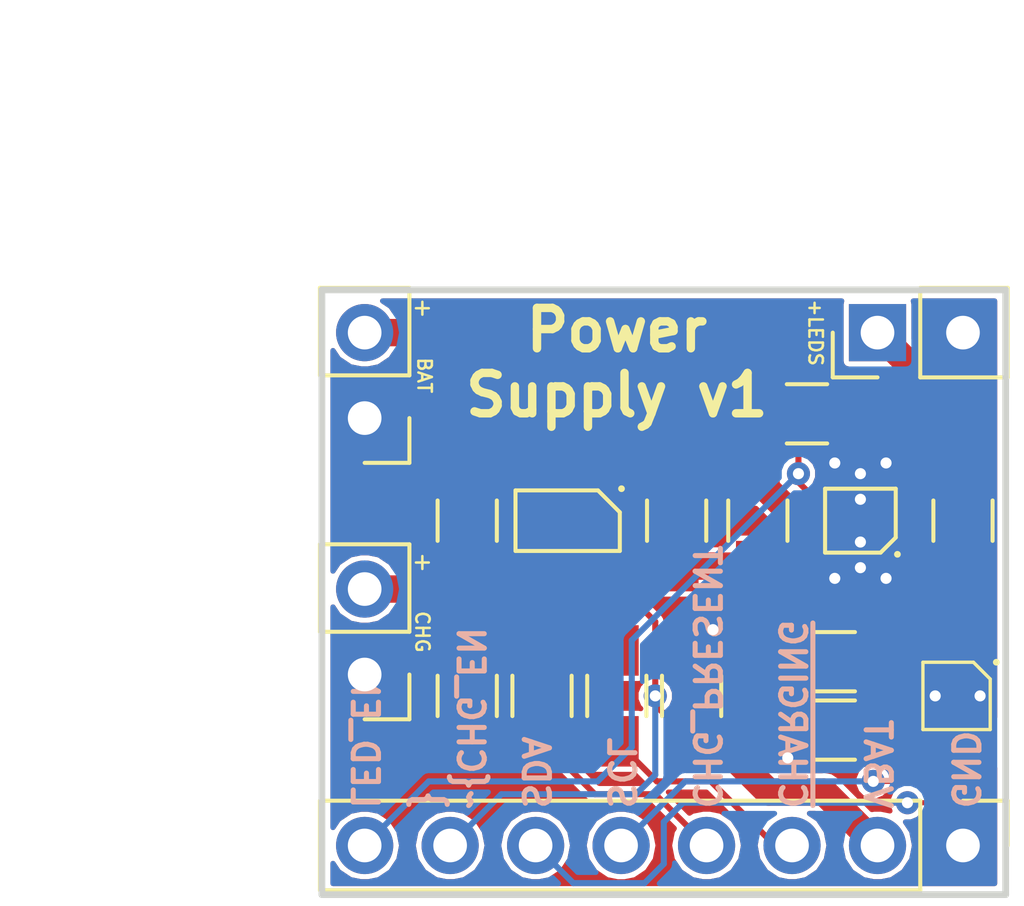
<source format=kicad_pcb>
(kicad_pcb (version 20171130) (host pcbnew "(5.0.1)-3")

  (general
    (thickness 1.6)
    (drawings 20)
    (tracks 114)
    (zones 0)
    (modules 18)
    (nets 14)
  )

  (page A4)
  (layers
    (0 F.Cu signal)
    (31 B.Cu signal)
    (34 B.Paste user)
    (35 F.Paste user)
    (36 B.SilkS user)
    (37 F.SilkS user)
    (38 B.Mask user)
    (39 F.Mask user)
    (44 Edge.Cuts user)
    (45 Margin user)
    (46 B.CrtYd user hide)
    (47 F.CrtYd user hide)
    (49 F.Fab user)
  )

  (setup
    (last_trace_width 0.1524)
    (trace_clearance 0.1524)
    (zone_clearance 0.1524)
    (zone_45_only no)
    (trace_min 0.1524)
    (segment_width 0.2)
    (edge_width 0.2)
    (via_size 0.6858)
    (via_drill 0.3302)
    (via_min_size 0.508)
    (via_min_drill 0.254)
    (uvia_size 0.508)
    (uvia_drill 0.254)
    (uvias_allowed no)
    (uvia_min_size 0.508)
    (uvia_min_drill 0.254)
    (pcb_text_width 0.3)
    (pcb_text_size 1.5 1.5)
    (mod_edge_width 0.15)
    (mod_text_size 1 1)
    (mod_text_width 0.15)
    (pad_size 1 1.6)
    (pad_drill 0)
    (pad_to_mask_clearance 0.0508)
    (solder_mask_min_width 0.1016)
    (aux_axis_origin 0 0)
    (visible_elements 7FFFFF7F)
    (pcbplotparams
      (layerselection 0x00030_80000001)
      (usegerberextensions false)
      (usegerberattributes false)
      (usegerberadvancedattributes false)
      (creategerberjobfile false)
      (excludeedgelayer true)
      (linewidth 0.100000)
      (plotframeref false)
      (viasonmask false)
      (mode 1)
      (useauxorigin false)
      (hpglpennumber 1)
      (hpglpenspeed 20)
      (hpglpendiameter 15.000000)
      (psnegative false)
      (psa4output false)
      (plotreference true)
      (plotvalue true)
      (plotinvisibletext false)
      (padsonsilk false)
      (subtractmaskfromsilk false)
      (outputformat 1)
      (mirror false)
      (drillshape 1)
      (scaleselection 1)
      (outputdirectory ""))
  )

  (net 0 "")
  (net 1 /VCHG)
  (net 2 GND)
  (net 3 /VBAT)
  (net 4 /SCL)
  (net 5 /SDA)
  (net 6 /LED_EN)
  (net 7 /~CHG_EN)
  (net 8 /CHG_PRESENT)
  (net 9 /~CHARGING)
  (net 10 /VLED)
  (net 11 /STAT)
  (net 12 /CELL)
  (net 13 /L)

  (net_class Default "This is the default net class."
    (clearance 0.1524)
    (trace_width 0.1524)
    (via_dia 0.6858)
    (via_drill 0.3302)
    (uvia_dia 0.508)
    (uvia_drill 0.254)
  )

  (net_class "Big Power" ""
    (clearance 0.1524)
    (trace_width 0.8128)
    (via_dia 0.6858)
    (via_drill 0.3302)
    (uvia_dia 0.508)
    (uvia_drill 0.254)
    (add_net /VBAT)
    (add_net /VCHG)
  )

  (net_class Power ""
    (clearance 0.1524)
    (trace_width 0.4572)
    (via_dia 0.6858)
    (via_drill 0.3302)
    (uvia_dia 0.508)
    (uvia_drill 0.254)
    (add_net /CELL)
    (add_net /L)
    (add_net /VLED)
    (add_net GND)
  )

  (net_class Signal ""
    (clearance 0.1524)
    (trace_width 0.18)
    (via_dia 0.6858)
    (via_drill 0.3302)
    (uvia_dia 0.508)
    (uvia_drill 0.254)
    (add_net /CHG_PRESENT)
    (add_net /LED_EN)
    (add_net /SCL)
    (add_net /SDA)
    (add_net /STAT)
    (add_net /~CHARGING)
    (add_net /~CHG_EN)
  )

  (module Pin_Headers:Pin_Header_Straight_1x08_Pitch2.54mm (layer F.Cu) (tedit 5DC18D86) (tstamp 5DC19C44)
    (at 157.48 109.22 270)
    (descr "Through hole straight pin header, 1x08, 2.54mm pitch, single row")
    (tags "Through hole pin header THT 1x08 2.54mm single row")
    (path /5DC3011D)
    (fp_text reference J4 (at 0 0 270) (layer F.Fab)
      (effects (font (size 0.4 0.4) (thickness 0.075)))
    )
    (fp_text value MCU (at 0 0 270) (layer F.Fab)
      (effects (font (size 0.4 0.4) (thickness 0.075)))
    )
    (fp_text user %R (at 0 0) (layer F.Fab)
      (effects (font (size 0.4 0.4) (thickness 0.075)))
    )
    (fp_line (start 1.8 -1.8) (end -1.8 -1.8) (layer F.CrtYd) (width 0.05))
    (fp_line (start 1.8 19.55) (end 1.8 -1.8) (layer F.CrtYd) (width 0.05))
    (fp_line (start -1.8 19.55) (end 1.8 19.55) (layer F.CrtYd) (width 0.05))
    (fp_line (start -1.8 -1.8) (end -1.8 19.55) (layer F.CrtYd) (width 0.05))
    (fp_line (start -1.33 -1.33) (end 0 -1.33) (layer F.SilkS) (width 0.12))
    (fp_line (start -1.33 0) (end -1.33 -1.33) (layer F.SilkS) (width 0.12))
    (fp_line (start -1.33 1.27) (end 1.33 1.27) (layer F.SilkS) (width 0.12))
    (fp_line (start 1.33 1.27) (end 1.33 19.11) (layer F.SilkS) (width 0.12))
    (fp_line (start -1.33 1.27) (end -1.33 19.11) (layer F.SilkS) (width 0.12))
    (fp_line (start -1.33 19.11) (end 1.33 19.11) (layer F.SilkS) (width 0.12))
    (fp_line (start -1.27 -0.635) (end -0.635 -1.27) (layer F.Fab) (width 0.1))
    (fp_line (start -1.27 19.05) (end -1.27 -0.635) (layer F.Fab) (width 0.1))
    (fp_line (start 1.27 19.05) (end -1.27 19.05) (layer F.Fab) (width 0.1))
    (fp_line (start 1.27 -1.27) (end 1.27 19.05) (layer F.Fab) (width 0.1))
    (fp_line (start -0.635 -1.27) (end 1.27 -1.27) (layer F.Fab) (width 0.1))
    (pad 8 thru_hole oval (at 0 17.78 270) (size 1.7 1.7) (drill 1) (layers *.Cu *.Mask)
      (net 6 /LED_EN))
    (pad 7 thru_hole oval (at 0 15.24 270) (size 1.7 1.7) (drill 1) (layers *.Cu *.Mask)
      (net 7 /~CHG_EN))
    (pad 6 thru_hole oval (at 0 12.7 270) (size 1.7 1.7) (drill 1) (layers *.Cu *.Mask)
      (net 5 /SDA))
    (pad 5 thru_hole oval (at 0 10.16 270) (size 1.7 1.7) (drill 1) (layers *.Cu *.Mask)
      (net 4 /SCL))
    (pad 4 thru_hole oval (at 0 7.62 270) (size 1.7 1.7) (drill 1) (layers *.Cu *.Mask)
      (net 8 /CHG_PRESENT))
    (pad 3 thru_hole oval (at 0 5.08 270) (size 1.7 1.7) (drill 1) (layers *.Cu *.Mask)
      (net 9 /~CHARGING))
    (pad 2 thru_hole oval (at 0 2.54 270) (size 1.7 1.7) (drill 1) (layers *.Cu *.Mask)
      (net 3 /VBAT))
    (pad 1 thru_hole rect (at 0 0 270) (size 1.7 1.7) (drill 1) (layers *.Cu *.Mask)
      (net 2 GND))
    (model ${KISYS3DMOD}/Pin_Headers.3dshapes/Pin_Header_Straight_1x08_Pitch2.54mm.wrl
      (at (xyz 0 0 0))
      (scale (xyz 1 1 1))
      (rotate (xyz 0 0 0))
    )
  )

  (module my-smd:TDFN-T822+1 (layer F.Cu) (tedit 5DC19731) (tstamp 5DC19273)
    (at 157.2895 104.775 270)
    (path /5DB70484)
    (fp_text reference U3 (at 0 0 180) (layer F.Fab)
      (effects (font (size 0.4 0.4) (thickness 0.075)))
    )
    (fp_text value MAX17048 (at 0 0 270) (layer F.Fab) hide
      (effects (font (size 0.4 0.4) (thickness 0.075)))
    )
    (fp_circle (center -1 -1.18) (end -0.95 -1.18) (layer F.SilkS) (width 0.1))
    (fp_line (start -1 -0.5) (end -1 1) (layer F.SilkS) (width 0.1))
    (fp_line (start 1 -1) (end -0.5 -1) (layer F.SilkS) (width 0.1))
    (fp_line (start -0.5 -1) (end -1 -0.5) (layer F.SilkS) (width 0.1))
    (fp_line (start 1 -1) (end 1 1) (layer F.SilkS) (width 0.1))
    (fp_line (start -1 1) (end 1 1) (layer F.SilkS) (width 0.1))
    (pad 8 smd rect (at 1.39 -0.75 270) (size 1.5 0.3) (layers F.Cu F.Paste F.Mask)
      (net 5 /SDA))
    (pad 7 smd rect (at 1.39 -0.25 270) (size 1.5 0.3) (layers F.Cu F.Paste F.Mask)
      (net 4 /SCL))
    (pad 6 smd rect (at 1.39 0.25 270) (size 1.5 0.3) (layers F.Cu F.Paste F.Mask)
      (net 2 GND))
    (pad 5 smd rect (at 1.39 0.75 270) (size 1.5 0.3) (layers F.Cu F.Paste F.Mask))
    (pad 4 smd rect (at -1.39 0.75 270) (size 1.5 0.3) (layers F.Cu F.Paste F.Mask)
      (net 2 GND))
    (pad 3 smd rect (at -1.39 0.25 270) (size 1.5 0.3) (layers F.Cu F.Paste F.Mask)
      (net 12 /CELL))
    (pad 2 smd rect (at -1.39 -0.25 270) (size 1.5 0.3) (layers F.Cu F.Paste F.Mask)
      (net 12 /CELL))
    (pad EP smd rect (at 0 0 270) (size 0.8 1.38) (layers F.Cu F.Paste F.Mask)
      (net 2 GND))
    (pad 1 smd rect (at -1.39 -0.75 270) (size 1.5 0.3) (layers F.Cu F.Paste F.Mask)
      (net 2 GND))
  )

  (module my-smd:WSON6_2.1x2.1mm_Pitch0.65mm (layer F.Cu) (tedit 5DC19751) (tstamp 5DC19562)
    (at 154.432 99.568 180)
    (descr "WSON6, http://www.ti.com/lit/ds/symlink/tlv702.pdf")
    (tags WSON6_2.1x2.1mm_Pitch0.65mm)
    (path /5DC514F8)
    (attr smd)
    (fp_text reference U2 (at 0 0 180) (layer F.Fab)
      (effects (font (size 0.4 0.4) (thickness 0.075)))
    )
    (fp_text value TPS61240 (at 0 0 180) (layer F.Fab) hide
      (effects (font (size 0.4 0.4) (thickness 0.075)))
    )
    (fp_circle (center -1.1 -1) (end -1.05 -1) (layer F.SilkS) (width 0.1))
    (fp_line (start -1.05 -0.5) (end -0.6 -0.95) (layer F.SilkS) (width 0.12))
    (fp_text user %R (at 0.005 0 180) (layer F.Fab)
      (effects (font (size 0.4 0.4) (thickness 0.05)))
    )
    (fp_line (start -0.6 -0.95) (end 1.05 -0.95) (layer F.SilkS) (width 0.12))
    (fp_line (start -1.05 0.95) (end 1.05 0.95) (layer F.SilkS) (width 0.12))
    (fp_line (start -1.05 -0.5) (end -1.05 0.95) (layer F.SilkS) (width 0.12))
    (fp_line (start 1.05 -0.95) (end 1.05 0.95) (layer F.SilkS) (width 0.12))
    (fp_line (start 1.55 -1.25) (end 1.55 1.25) (layer F.CrtYd) (width 0.05))
    (fp_line (start 1.55 -1.25) (end -1.55 -1.25) (layer F.CrtYd) (width 0.05))
    (fp_line (start -1.55 1.25) (end 1.55 1.25) (layer F.CrtYd) (width 0.05))
    (fp_line (start -1.55 1.25) (end -1.55 -1.25) (layer F.CrtYd) (width 0.05))
    (pad EP smd rect (at 0 0 180) (size 1 1.6) (layers F.Cu F.Paste F.Mask)
      (net 2 GND))
    (pad 1 smd rect (at -1.15 -0.65 180) (size 0.8 0.3) (layers F.Cu F.Paste F.Mask)
      (net 2 GND))
    (pad 2 smd rect (at -1.15 0 180) (size 0.8 0.3) (layers F.Cu F.Paste F.Mask)
      (net 10 /VLED))
    (pad 3 smd rect (at -1.15 0.65 180) (size 0.8 0.3) (layers F.Cu F.Paste F.Mask)
      (net 10 /VLED))
    (pad 4 smd rect (at 1.15 0.65 180) (size 0.8 0.3) (layers F.Cu F.Paste F.Mask)
      (net 6 /LED_EN))
    (pad 5 smd rect (at 1.15 0 180) (size 0.8 0.3) (layers F.Cu F.Paste F.Mask)
      (net 13 /L))
    (pad 6 smd rect (at 1.15 -0.65 180) (size 0.8 0.3) (layers F.Cu F.Paste F.Mask)
      (net 3 /VBAT))
    (model ${KISYS3DMOD}/Housings_SON.3dshapes/WSON6_1.5x1.5mm_Pitch0.5mm.wrl
      (offset (xyz 0.005000000084907532 0 0))
      (scale (xyz 1 1 1))
      (rotate (xyz 0 0 0))
    )
  )

  (module Pin_Headers:Pin_Header_Straight_1x02_Pitch2.54mm (layer F.Cu) (tedit 5DB8696D) (tstamp 5DC08544)
    (at 154.94 93.98 90)
    (descr "Through hole straight pin header, 1x02, 2.54mm pitch, single row")
    (tags "Through hole pin header THT 1x02 2.54mm single row")
    (path /5DB70860)
    (fp_text reference J3 (at 0 -2.33 90) (layer F.SilkS) hide
      (effects (font (size 1 1) (thickness 0.15)))
    )
    (fp_text value LEDs (at 0 4.87 90) (layer F.Fab) hide
      (effects (font (size 1 1) (thickness 0.15)))
    )
    (fp_line (start -0.635 -1.27) (end 1.27 -1.27) (layer F.Fab) (width 0.1))
    (fp_line (start 1.27 -1.27) (end 1.27 3.81) (layer F.Fab) (width 0.1))
    (fp_line (start 1.27 3.81) (end -1.27 3.81) (layer F.Fab) (width 0.1))
    (fp_line (start -1.27 3.81) (end -1.27 -0.635) (layer F.Fab) (width 0.1))
    (fp_line (start -1.27 -0.635) (end -0.635 -1.27) (layer F.Fab) (width 0.1))
    (fp_line (start -1.33 3.87) (end 1.33 3.87) (layer F.SilkS) (width 0.12))
    (fp_line (start -1.33 1.27) (end -1.33 3.87) (layer F.SilkS) (width 0.12))
    (fp_line (start 1.33 1.27) (end 1.33 3.87) (layer F.SilkS) (width 0.12))
    (fp_line (start -1.33 1.27) (end 1.33 1.27) (layer F.SilkS) (width 0.12))
    (fp_line (start -1.33 0) (end -1.33 -1.33) (layer F.SilkS) (width 0.12))
    (fp_line (start -1.33 -1.33) (end 0 -1.33) (layer F.SilkS) (width 0.12))
    (fp_line (start -1.8 -1.8) (end -1.8 4.35) (layer F.CrtYd) (width 0.05))
    (fp_line (start -1.8 4.35) (end 1.8 4.35) (layer F.CrtYd) (width 0.05))
    (fp_line (start 1.8 4.35) (end 1.8 -1.8) (layer F.CrtYd) (width 0.05))
    (fp_line (start 1.8 -1.8) (end -1.8 -1.8) (layer F.CrtYd) (width 0.05))
    (fp_text user %R (at 0 1.27 -180) (layer F.Fab) hide
      (effects (font (size 1 1) (thickness 0.15)))
    )
    (pad 1 thru_hole rect (at 0 0 90) (size 1.7 1.7) (drill 1) (layers *.Cu *.Mask)
      (net 10 /VLED))
    (pad 2 thru_hole oval (at 0 2.54 90) (size 1.7 1.7) (drill 1) (layers *.Cu *.Mask)
      (net 2 GND))
    (model ${KISYS3DMOD}/Pin_Headers.3dshapes/Pin_Header_Straight_1x02_Pitch2.54mm.wrl
      (at (xyz 0 0 0))
      (scale (xyz 1 1 1))
      (rotate (xyz 0 0 0))
    )
  )

  (module Resistors_SMD:R_0805_HandSoldering (layer F.Cu) (tedit 5DC091B4) (tstamp 5DC19756)
    (at 147.193 104.775 90)
    (descr "Resistor SMD 0805, hand soldering")
    (tags "resistor 0805")
    (path /5DB83C1B)
    (attr smd)
    (fp_text reference R1 (at 0 0 90) (layer F.Fab)
      (effects (font (size 0.4 0.4) (thickness 0.075)))
    )
    (fp_text value 1K (at 0 0.381 90) (layer F.Fab)
      (effects (font (size 0.1 0.1) (thickness 0.015)))
    )
    (fp_line (start 2.35 0.9) (end -2.35 0.9) (layer F.CrtYd) (width 0.05))
    (fp_line (start 2.35 0.9) (end 2.35 -0.9) (layer F.CrtYd) (width 0.05))
    (fp_line (start -2.35 -0.9) (end -2.35 0.9) (layer F.CrtYd) (width 0.05))
    (fp_line (start -2.35 -0.9) (end 2.35 -0.9) (layer F.CrtYd) (width 0.05))
    (fp_line (start -0.6 -0.88) (end 0.6 -0.88) (layer F.SilkS) (width 0.12))
    (fp_line (start 0.6 0.88) (end -0.6 0.88) (layer F.SilkS) (width 0.12))
    (fp_line (start -1 -0.62) (end 1 -0.62) (layer F.Fab) (width 0.1))
    (fp_line (start 1 -0.62) (end 1 0.62) (layer F.Fab) (width 0.1))
    (fp_line (start 1 0.62) (end -1 0.62) (layer F.Fab) (width 0.1))
    (fp_line (start -1 0.62) (end -1 -0.62) (layer F.Fab) (width 0.1))
    (fp_text user %R (at 0 0 90) (layer F.Fab)
      (effects (font (size 0.4 0.4) (thickness 0.075)))
    )
    (pad 2 smd rect (at 1.35 0 90) (size 1.5 1.3) (layers F.Cu F.Paste F.Mask)
      (net 11 /STAT))
    (pad 1 smd rect (at -1.35 0 90) (size 1.5 1.3) (layers F.Cu F.Paste F.Mask)
      (net 9 /~CHARGING))
    (model ${KISYS3DMOD}/Resistors_SMD.3dshapes/R_0805.wrl
      (at (xyz 0 0 0))
      (scale (xyz 1 1 1))
      (rotate (xyz 0 0 0))
    )
  )

  (module Resistors_SMD:R_0805_HandSoldering (layer F.Cu) (tedit 5DC091D2) (tstamp 5DC19687)
    (at 149.4155 104.775 90)
    (descr "Resistor SMD 0805, hand soldering")
    (tags "resistor 0805")
    (path /5DB70AB8)
    (attr smd)
    (fp_text reference R2 (at 0 0 90) (layer F.Fab)
      (effects (font (size 0.4 0.4) (thickness 0.075)))
    )
    (fp_text value 2K (at 0 0.381 90) (layer F.Fab)
      (effects (font (size 0.1 0.1) (thickness 0.015)))
    )
    (fp_line (start 2.35 0.9) (end -2.35 0.9) (layer F.CrtYd) (width 0.05))
    (fp_line (start 2.35 0.9) (end 2.35 -0.9) (layer F.CrtYd) (width 0.05))
    (fp_line (start -2.35 -0.9) (end -2.35 0.9) (layer F.CrtYd) (width 0.05))
    (fp_line (start -2.35 -0.9) (end 2.35 -0.9) (layer F.CrtYd) (width 0.05))
    (fp_line (start -0.6 -0.88) (end 0.6 -0.88) (layer F.SilkS) (width 0.12))
    (fp_line (start 0.6 0.88) (end -0.6 0.88) (layer F.SilkS) (width 0.12))
    (fp_line (start -1 -0.62) (end 1 -0.62) (layer F.Fab) (width 0.1))
    (fp_line (start 1 -0.62) (end 1 0.62) (layer F.Fab) (width 0.1))
    (fp_line (start 1 0.62) (end -1 0.62) (layer F.Fab) (width 0.1))
    (fp_line (start -1 0.62) (end -1 -0.62) (layer F.Fab) (width 0.1))
    (fp_text user %R (at 0 0 90) (layer F.Fab)
      (effects (font (size 0.4 0.4) (thickness 0.075)))
    )
    (pad 2 smd rect (at 1.35 0 90) (size 1.5 1.3) (layers F.Cu F.Paste F.Mask)
      (net 2 GND))
    (pad 1 smd rect (at -1.35 0 90) (size 1.5 1.3) (layers F.Cu F.Paste F.Mask)
      (net 7 /~CHG_EN))
    (model ${KISYS3DMOD}/Resistors_SMD.3dshapes/R_0805.wrl
      (at (xyz 0 0 0))
      (scale (xyz 1 1 1))
      (rotate (xyz 0 0 0))
    )
  )

  (module Resistors_SMD:R_0805_HandSoldering (layer F.Cu) (tedit 5DC09305) (tstamp 5DC19726)
    (at 144.9705 104.775 270)
    (descr "Resistor SMD 0805, hand soldering")
    (tags "resistor 0805")
    (path /5DBA57A4)
    (attr smd)
    (fp_text reference R3 (at 0 0 270) (layer F.Fab)
      (effects (font (size 0.4 0.4) (thickness 0.075)))
    )
    (fp_text value 2.2K (at 0 -0.381 270) (layer F.Fab)
      (effects (font (size 0.1 0.1) (thickness 0.015)))
    )
    (fp_text user %R (at 0 0 270) (layer F.Fab)
      (effects (font (size 0.4 0.4) (thickness 0.075)))
    )
    (fp_line (start -1 0.62) (end -1 -0.62) (layer F.Fab) (width 0.1))
    (fp_line (start 1 0.62) (end -1 0.62) (layer F.Fab) (width 0.1))
    (fp_line (start 1 -0.62) (end 1 0.62) (layer F.Fab) (width 0.1))
    (fp_line (start -1 -0.62) (end 1 -0.62) (layer F.Fab) (width 0.1))
    (fp_line (start 0.6 0.88) (end -0.6 0.88) (layer F.SilkS) (width 0.12))
    (fp_line (start -0.6 -0.88) (end 0.6 -0.88) (layer F.SilkS) (width 0.12))
    (fp_line (start -2.35 -0.9) (end 2.35 -0.9) (layer F.CrtYd) (width 0.05))
    (fp_line (start -2.35 -0.9) (end -2.35 0.9) (layer F.CrtYd) (width 0.05))
    (fp_line (start 2.35 0.9) (end 2.35 -0.9) (layer F.CrtYd) (width 0.05))
    (fp_line (start 2.35 0.9) (end -2.35 0.9) (layer F.CrtYd) (width 0.05))
    (pad 1 smd rect (at -1.35 0 270) (size 1.5 1.3) (layers F.Cu F.Paste F.Mask)
      (net 1 /VCHG))
    (pad 2 smd rect (at 1.35 0 270) (size 1.5 1.3) (layers F.Cu F.Paste F.Mask)
      (net 8 /CHG_PRESENT))
    (model ${KISYS3DMOD}/Resistors_SMD.3dshapes/R_0805.wrl
      (at (xyz 0 0 0))
      (scale (xyz 1 1 1))
      (rotate (xyz 0 0 0))
    )
  )

  (module Resistors_SMD:R_0805_HandSoldering (layer F.Cu) (tedit 5DC0917B) (tstamp 5DC1A854)
    (at 142.748 104.775 90)
    (descr "Resistor SMD 0805, hand soldering")
    (tags "resistor 0805")
    (path /5DC3C134)
    (attr smd)
    (fp_text reference R4 (at 0 0 90) (layer F.Fab)
      (effects (font (size 0.4 0.4) (thickness 0.075)))
    )
    (fp_text value 3.3K (at 0 0.381 90) (layer F.Fab)
      (effects (font (size 0.1 0.1) (thickness 0.015)))
    )
    (fp_text user %R (at 0 0 90) (layer F.Fab)
      (effects (font (size 0.4 0.4) (thickness 0.075)))
    )
    (fp_line (start -1 0.62) (end -1 -0.62) (layer F.Fab) (width 0.1))
    (fp_line (start 1 0.62) (end -1 0.62) (layer F.Fab) (width 0.1))
    (fp_line (start 1 -0.62) (end 1 0.62) (layer F.Fab) (width 0.1))
    (fp_line (start -1 -0.62) (end 1 -0.62) (layer F.Fab) (width 0.1))
    (fp_line (start 0.6 0.88) (end -0.6 0.88) (layer F.SilkS) (width 0.12))
    (fp_line (start -0.6 -0.88) (end 0.6 -0.88) (layer F.SilkS) (width 0.12))
    (fp_line (start -2.35 -0.9) (end 2.35 -0.9) (layer F.CrtYd) (width 0.05))
    (fp_line (start -2.35 -0.9) (end -2.35 0.9) (layer F.CrtYd) (width 0.05))
    (fp_line (start 2.35 0.9) (end 2.35 -0.9) (layer F.CrtYd) (width 0.05))
    (fp_line (start 2.35 0.9) (end -2.35 0.9) (layer F.CrtYd) (width 0.05))
    (pad 1 smd rect (at -1.35 0 90) (size 1.5 1.3) (layers F.Cu F.Paste F.Mask)
      (net 8 /CHG_PRESENT))
    (pad 2 smd rect (at 1.35 0 90) (size 1.5 1.3) (layers F.Cu F.Paste F.Mask)
      (net 2 GND))
    (model ${KISYS3DMOD}/Resistors_SMD.3dshapes/R_0805.wrl
      (at (xyz 0 0 0))
      (scale (xyz 1 1 1))
      (rotate (xyz 0 0 0))
    )
  )

  (module Resistors_SMD:R_0805_HandSoldering (layer F.Cu) (tedit 5DC091F5) (tstamp 5DB770F6)
    (at 152.8445 96.393)
    (descr "Resistor SMD 0805, hand soldering")
    (tags "resistor 0805")
    (path /5DC1CF62)
    (attr smd)
    (fp_text reference R5 (at 0 0 180) (layer F.Fab)
      (effects (font (size 0.4 0.4) (thickness 0.075)))
    )
    (fp_text value 10K (at 0 0.381) (layer F.Fab)
      (effects (font (size 0.1 0.1) (thickness 0.015)))
    )
    (fp_line (start 2.35 0.9) (end -2.35 0.9) (layer F.CrtYd) (width 0.05))
    (fp_line (start 2.35 0.9) (end 2.35 -0.9) (layer F.CrtYd) (width 0.05))
    (fp_line (start -2.35 -0.9) (end -2.35 0.9) (layer F.CrtYd) (width 0.05))
    (fp_line (start -2.35 -0.9) (end 2.35 -0.9) (layer F.CrtYd) (width 0.05))
    (fp_line (start -0.6 -0.88) (end 0.6 -0.88) (layer F.SilkS) (width 0.12))
    (fp_line (start 0.6 0.88) (end -0.6 0.88) (layer F.SilkS) (width 0.12))
    (fp_line (start -1 -0.62) (end 1 -0.62) (layer F.Fab) (width 0.1))
    (fp_line (start 1 -0.62) (end 1 0.62) (layer F.Fab) (width 0.1))
    (fp_line (start 1 0.62) (end -1 0.62) (layer F.Fab) (width 0.1))
    (fp_line (start -1 0.62) (end -1 -0.62) (layer F.Fab) (width 0.1))
    (fp_text user %R (at 0 0) (layer F.Fab)
      (effects (font (size 0.4 0.4) (thickness 0.075)))
    )
    (pad 2 smd rect (at 1.35 0) (size 1.5 1.3) (layers F.Cu F.Paste F.Mask)
      (net 2 GND))
    (pad 1 smd rect (at -1.35 0) (size 1.5 1.3) (layers F.Cu F.Paste F.Mask)
      (net 6 /LED_EN))
    (model ${KISYS3DMOD}/Resistors_SMD.3dshapes/R_0805.wrl
      (at (xyz 0 0 0))
      (scale (xyz 1 1 1))
      (rotate (xyz 0 0 0))
    )
  )

  (module Resistors_SMD:R_0805_HandSoldering (layer F.Cu) (tedit 5DC09253) (tstamp 5DC19241)
    (at 153.67 103.759)
    (descr "Resistor SMD 0805, hand soldering")
    (tags "resistor 0805")
    (path /5DC6C6A1)
    (attr smd)
    (fp_text reference R6 (at 0 0 -180) (layer F.Fab)
      (effects (font (size 0.4 0.4) (thickness 0.075)))
    )
    (fp_text value 1K (at 0 -0.381) (layer F.Fab)
      (effects (font (size 0.1 0.1) (thickness 0.015)))
    )
    (fp_text user %R (at 0 0) (layer F.Fab)
      (effects (font (size 0.4 0.4) (thickness 0.075)))
    )
    (fp_line (start -1 0.62) (end -1 -0.62) (layer F.Fab) (width 0.1))
    (fp_line (start 1 0.62) (end -1 0.62) (layer F.Fab) (width 0.1))
    (fp_line (start 1 -0.62) (end 1 0.62) (layer F.Fab) (width 0.1))
    (fp_line (start -1 -0.62) (end 1 -0.62) (layer F.Fab) (width 0.1))
    (fp_line (start 0.6 0.88) (end -0.6 0.88) (layer F.SilkS) (width 0.12))
    (fp_line (start -0.6 -0.88) (end 0.6 -0.88) (layer F.SilkS) (width 0.12))
    (fp_line (start -2.35 -0.9) (end 2.35 -0.9) (layer F.CrtYd) (width 0.05))
    (fp_line (start -2.35 -0.9) (end -2.35 0.9) (layer F.CrtYd) (width 0.05))
    (fp_line (start 2.35 0.9) (end 2.35 -0.9) (layer F.CrtYd) (width 0.05))
    (fp_line (start 2.35 0.9) (end -2.35 0.9) (layer F.CrtYd) (width 0.05))
    (pad 1 smd rect (at -1.35 0) (size 1.5 1.3) (layers F.Cu F.Paste F.Mask)
      (net 3 /VBAT))
    (pad 2 smd rect (at 1.35 0) (size 1.5 1.3) (layers F.Cu F.Paste F.Mask)
      (net 12 /CELL))
    (model ${KISYS3DMOD}/Resistors_SMD.3dshapes/R_0805.wrl
      (at (xyz 0 0 0))
      (scale (xyz 1 1 1))
      (rotate (xyz 0 0 0))
    )
  )

  (module Resistors_SMD:R_0805_HandSoldering (layer F.Cu) (tedit 5DC0905B) (tstamp 5DC198CE)
    (at 142.748 99.568 90)
    (descr "Resistor SMD 0805, hand soldering")
    (tags "resistor 0805")
    (path /5DB70B4B)
    (attr smd)
    (fp_text reference C1 (at 0 0 90) (layer F.Fab)
      (effects (font (size 0.4 0.4) (thickness 0.075)))
    )
    (fp_text value 10uF (at 0 0.381 90) (layer F.Fab)
      (effects (font (size 0.1 0.1) (thickness 0.015)))
    )
    (fp_line (start 2.35 0.9) (end -2.35 0.9) (layer F.CrtYd) (width 0.05))
    (fp_line (start 2.35 0.9) (end 2.35 -0.9) (layer F.CrtYd) (width 0.05))
    (fp_line (start -2.35 -0.9) (end -2.35 0.9) (layer F.CrtYd) (width 0.05))
    (fp_line (start -2.35 -0.9) (end 2.35 -0.9) (layer F.CrtYd) (width 0.05))
    (fp_line (start -0.6 -0.88) (end 0.6 -0.88) (layer F.SilkS) (width 0.12))
    (fp_line (start 0.6 0.88) (end -0.6 0.88) (layer F.SilkS) (width 0.12))
    (fp_line (start -1 -0.62) (end 1 -0.62) (layer F.Fab) (width 0.1))
    (fp_line (start 1 -0.62) (end 1 0.62) (layer F.Fab) (width 0.1))
    (fp_line (start 1 0.62) (end -1 0.62) (layer F.Fab) (width 0.1))
    (fp_line (start -1 0.62) (end -1 -0.62) (layer F.Fab) (width 0.1))
    (fp_text user %R (at 0 0 90) (layer F.Fab)
      (effects (font (size 0.4 0.4) (thickness 0.075)))
    )
    (pad 2 smd rect (at 1.35 0 90) (size 1.5 1.3) (layers F.Cu F.Paste F.Mask)
      (net 2 GND))
    (pad 1 smd rect (at -1.35 0 90) (size 1.5 1.3) (layers F.Cu F.Paste F.Mask)
      (net 1 /VCHG))
    (model ${KISYS3DMOD}/Resistors_SMD.3dshapes/R_0805.wrl
      (at (xyz 0 0 0))
      (scale (xyz 1 1 1))
      (rotate (xyz 0 0 0))
    )
  )

  (module Resistors_SMD:R_0805_HandSoldering (layer F.Cu) (tedit 5DC092E9) (tstamp 5DC1989E)
    (at 148.971 99.568 90)
    (descr "Resistor SMD 0805, hand soldering")
    (tags "resistor 0805")
    (path /5DB70E82)
    (attr smd)
    (fp_text reference C2 (at 0 0 90) (layer F.Fab)
      (effects (font (size 0.4 0.4) (thickness 0.075)))
    )
    (fp_text value 10uF (at 0 0.381 90) (layer F.Fab)
      (effects (font (size 0.1 0.1) (thickness 0.015)))
    )
    (fp_text user %R (at 0 0 90) (layer F.Fab)
      (effects (font (size 0.4 0.4) (thickness 0.075)))
    )
    (fp_line (start -1 0.62) (end -1 -0.62) (layer F.Fab) (width 0.1))
    (fp_line (start 1 0.62) (end -1 0.62) (layer F.Fab) (width 0.1))
    (fp_line (start 1 -0.62) (end 1 0.62) (layer F.Fab) (width 0.1))
    (fp_line (start -1 -0.62) (end 1 -0.62) (layer F.Fab) (width 0.1))
    (fp_line (start 0.6 0.88) (end -0.6 0.88) (layer F.SilkS) (width 0.12))
    (fp_line (start -0.6 -0.88) (end 0.6 -0.88) (layer F.SilkS) (width 0.12))
    (fp_line (start -2.35 -0.9) (end 2.35 -0.9) (layer F.CrtYd) (width 0.05))
    (fp_line (start -2.35 -0.9) (end -2.35 0.9) (layer F.CrtYd) (width 0.05))
    (fp_line (start 2.35 0.9) (end 2.35 -0.9) (layer F.CrtYd) (width 0.05))
    (fp_line (start 2.35 0.9) (end -2.35 0.9) (layer F.CrtYd) (width 0.05))
    (pad 1 smd rect (at -1.35 0 90) (size 1.5 1.3) (layers F.Cu F.Paste F.Mask)
      (net 3 /VBAT))
    (pad 2 smd rect (at 1.35 0 90) (size 1.5 1.3) (layers F.Cu F.Paste F.Mask)
      (net 2 GND))
    (model ${KISYS3DMOD}/Resistors_SMD.3dshapes/R_0805.wrl
      (at (xyz 0 0 0))
      (scale (xyz 1 1 1))
      (rotate (xyz 0 0 0))
    )
  )

  (module Resistors_SMD:R_0805_HandSoldering (layer F.Cu) (tedit 5DC09283) (tstamp 5DC1952D)
    (at 157.48 99.568 270)
    (descr "Resistor SMD 0805, hand soldering")
    (tags "resistor 0805")
    (path /5DCD3909)
    (attr smd)
    (fp_text reference C3 (at 0 0 270) (layer F.Fab)
      (effects (font (size 0.4 0.4) (thickness 0.075)))
    )
    (fp_text value 10uF (at 0 -0.381 270) (layer F.Fab)
      (effects (font (size 0.1 0.1) (thickness 0.015)))
    )
    (fp_text user %R (at 0 0 270) (layer F.Fab)
      (effects (font (size 0.4 0.4) (thickness 0.075)))
    )
    (fp_line (start -1 0.62) (end -1 -0.62) (layer F.Fab) (width 0.1))
    (fp_line (start 1 0.62) (end -1 0.62) (layer F.Fab) (width 0.1))
    (fp_line (start 1 -0.62) (end 1 0.62) (layer F.Fab) (width 0.1))
    (fp_line (start -1 -0.62) (end 1 -0.62) (layer F.Fab) (width 0.1))
    (fp_line (start 0.6 0.88) (end -0.6 0.88) (layer F.SilkS) (width 0.12))
    (fp_line (start -0.6 -0.88) (end 0.6 -0.88) (layer F.SilkS) (width 0.12))
    (fp_line (start -2.35 -0.9) (end 2.35 -0.9) (layer F.CrtYd) (width 0.05))
    (fp_line (start -2.35 -0.9) (end -2.35 0.9) (layer F.CrtYd) (width 0.05))
    (fp_line (start 2.35 0.9) (end 2.35 -0.9) (layer F.CrtYd) (width 0.05))
    (fp_line (start 2.35 0.9) (end -2.35 0.9) (layer F.CrtYd) (width 0.05))
    (pad 1 smd rect (at -1.35 0 270) (size 1.5 1.3) (layers F.Cu F.Paste F.Mask)
      (net 10 /VLED))
    (pad 2 smd rect (at 1.35 0 270) (size 1.5 1.3) (layers F.Cu F.Paste F.Mask)
      (net 2 GND))
    (model ${KISYS3DMOD}/Resistors_SMD.3dshapes/R_0805.wrl
      (at (xyz 0 0 0))
      (scale (xyz 1 1 1))
      (rotate (xyz 0 0 0))
    )
  )

  (module Resistors_SMD:R_0805_HandSoldering (layer F.Cu) (tedit 5DC09209) (tstamp 5DC19211)
    (at 153.67 105.791 180)
    (descr "Resistor SMD 0805, hand soldering")
    (tags "resistor 0805")
    (path /5DB770AC)
    (attr smd)
    (fp_text reference C4 (at 0 0 180) (layer F.Fab)
      (effects (font (size 0.4 0.4) (thickness 0.075)))
    )
    (fp_text value 1uF (at 0 -0.381 180) (layer F.Fab)
      (effects (font (size 0.1 0.1) (thickness 0.015)))
    )
    (fp_line (start 2.35 0.9) (end -2.35 0.9) (layer F.CrtYd) (width 0.05))
    (fp_line (start 2.35 0.9) (end 2.35 -0.9) (layer F.CrtYd) (width 0.05))
    (fp_line (start -2.35 -0.9) (end -2.35 0.9) (layer F.CrtYd) (width 0.05))
    (fp_line (start -2.35 -0.9) (end 2.35 -0.9) (layer F.CrtYd) (width 0.05))
    (fp_line (start -0.6 -0.88) (end 0.6 -0.88) (layer F.SilkS) (width 0.12))
    (fp_line (start 0.6 0.88) (end -0.6 0.88) (layer F.SilkS) (width 0.12))
    (fp_line (start -1 -0.62) (end 1 -0.62) (layer F.Fab) (width 0.1))
    (fp_line (start 1 -0.62) (end 1 0.62) (layer F.Fab) (width 0.1))
    (fp_line (start 1 0.62) (end -1 0.62) (layer F.Fab) (width 0.1))
    (fp_line (start -1 0.62) (end -1 -0.62) (layer F.Fab) (width 0.1))
    (fp_text user %R (at 0 0 180) (layer F.Fab)
      (effects (font (size 0.4 0.4) (thickness 0.075)))
    )
    (pad 2 smd rect (at 1.35 0 180) (size 1.5 1.3) (layers F.Cu F.Paste F.Mask)
      (net 2 GND))
    (pad 1 smd rect (at -1.35 0 180) (size 1.5 1.3) (layers F.Cu F.Paste F.Mask)
      (net 12 /CELL))
    (model ${KISYS3DMOD}/Resistors_SMD.3dshapes/R_0805.wrl
      (at (xyz 0 0 0))
      (scale (xyz 1 1 1))
      (rotate (xyz 0 0 0))
    )
  )

  (module Pin_Headers:Pin_Header_Straight_1x02_Pitch2.54mm (layer F.Cu) (tedit 5DC0933F) (tstamp 5DC196BC)
    (at 139.7 96.52 180)
    (descr "Through hole straight pin header, 1x02, 2.54mm pitch, single row")
    (tags "Through hole pin header THT 1x02 2.54mm single row")
    (path /5DB707EE)
    (fp_text reference J1 (at 0 0 180) (layer F.Fab) hide
      (effects (font (size 0.4 0.4) (thickness 0.075)))
    )
    (fp_text value Battery (at 0 0 180) (layer F.Fab)
      (effects (font (size 0.1 0.1) (thickness 0.015)))
    )
    (fp_line (start -0.635 -1.27) (end 1.27 -1.27) (layer F.Fab) (width 0.1))
    (fp_line (start 1.27 -1.27) (end 1.27 3.81) (layer F.Fab) (width 0.1))
    (fp_line (start 1.27 3.81) (end -1.27 3.81) (layer F.Fab) (width 0.1))
    (fp_line (start -1.27 3.81) (end -1.27 -0.635) (layer F.Fab) (width 0.1))
    (fp_line (start -1.27 -0.635) (end -0.635 -1.27) (layer F.Fab) (width 0.1))
    (fp_line (start -1.33 3.87) (end 1.33 3.87) (layer F.SilkS) (width 0.12))
    (fp_line (start -1.33 1.27) (end -1.33 3.87) (layer F.SilkS) (width 0.12))
    (fp_line (start 1.33 1.27) (end 1.33 3.87) (layer F.SilkS) (width 0.12))
    (fp_line (start -1.33 1.27) (end 1.33 1.27) (layer F.SilkS) (width 0.12))
    (fp_line (start -1.33 0) (end -1.33 -1.33) (layer F.SilkS) (width 0.12))
    (fp_line (start -1.33 -1.33) (end 0 -1.33) (layer F.SilkS) (width 0.12))
    (fp_line (start -1.8 -1.8) (end -1.8 4.35) (layer F.CrtYd) (width 0.05))
    (fp_line (start -1.8 4.35) (end 1.8 4.35) (layer F.CrtYd) (width 0.05))
    (fp_line (start 1.8 4.35) (end 1.8 -1.8) (layer F.CrtYd) (width 0.05))
    (fp_line (start 1.8 -1.8) (end -1.8 -1.8) (layer F.CrtYd) (width 0.05))
    (fp_text user %R (at 0 0) (layer F.Fab) hide
      (effects (font (size 0.4 0.4) (thickness 0.075)))
    )
    (pad 1 thru_hole rect (at 0 0 180) (size 1.7 1.7) (drill 1) (layers *.Cu *.Mask)
      (net 2 GND))
    (pad 2 thru_hole oval (at 0 2.54 180) (size 1.7 1.7) (drill 1) (layers *.Cu *.Mask)
      (net 3 /VBAT))
    (model ${KISYS3DMOD}/Pin_Headers.3dshapes/Pin_Header_Straight_1x02_Pitch2.54mm.wrl
      (at (xyz 0 0 0))
      (scale (xyz 1 1 1))
      (rotate (xyz 0 0 0))
    )
  )

  (module Pin_Headers:Pin_Header_Straight_1x02_Pitch2.54mm (layer F.Cu) (tedit 5DC09339) (tstamp 5DC1978B)
    (at 139.7 104.14 180)
    (descr "Through hole straight pin header, 1x02, 2.54mm pitch, single row")
    (tags "Through hole pin header THT 1x02 2.54mm single row")
    (path /5DB716C5)
    (fp_text reference J2 (at 0 0 180) (layer F.Fab) hide
      (effects (font (size 0.4 0.4) (thickness 0.075)))
    )
    (fp_text value Charger (at 0 0 180) (layer F.Fab)
      (effects (font (size 0.1 0.1) (thickness 0.015)))
    )
    (fp_text user %R (at 0 0) (layer F.Fab) hide
      (effects (font (size 0.4 0.4) (thickness 0.075)))
    )
    (fp_line (start 1.8 -1.8) (end -1.8 -1.8) (layer F.CrtYd) (width 0.05))
    (fp_line (start 1.8 4.35) (end 1.8 -1.8) (layer F.CrtYd) (width 0.05))
    (fp_line (start -1.8 4.35) (end 1.8 4.35) (layer F.CrtYd) (width 0.05))
    (fp_line (start -1.8 -1.8) (end -1.8 4.35) (layer F.CrtYd) (width 0.05))
    (fp_line (start -1.33 -1.33) (end 0 -1.33) (layer F.SilkS) (width 0.12))
    (fp_line (start -1.33 0) (end -1.33 -1.33) (layer F.SilkS) (width 0.12))
    (fp_line (start -1.33 1.27) (end 1.33 1.27) (layer F.SilkS) (width 0.12))
    (fp_line (start 1.33 1.27) (end 1.33 3.87) (layer F.SilkS) (width 0.12))
    (fp_line (start -1.33 1.27) (end -1.33 3.87) (layer F.SilkS) (width 0.12))
    (fp_line (start -1.33 3.87) (end 1.33 3.87) (layer F.SilkS) (width 0.12))
    (fp_line (start -1.27 -0.635) (end -0.635 -1.27) (layer F.Fab) (width 0.1))
    (fp_line (start -1.27 3.81) (end -1.27 -0.635) (layer F.Fab) (width 0.1))
    (fp_line (start 1.27 3.81) (end -1.27 3.81) (layer F.Fab) (width 0.1))
    (fp_line (start 1.27 -1.27) (end 1.27 3.81) (layer F.Fab) (width 0.1))
    (fp_line (start -0.635 -1.27) (end 1.27 -1.27) (layer F.Fab) (width 0.1))
    (pad 2 thru_hole oval (at 0 2.54 180) (size 1.7 1.7) (drill 1) (layers *.Cu *.Mask)
      (net 1 /VCHG))
    (pad 1 thru_hole rect (at 0 0 180) (size 1.7 1.7) (drill 1) (layers *.Cu *.Mask)
      (net 2 GND))
    (model ${KISYS3DMOD}/Pin_Headers.3dshapes/Pin_Header_Straight_1x02_Pitch2.54mm.wrl
      (at (xyz 0 0 0))
      (scale (xyz 1 1 1))
      (rotate (xyz 0 0 0))
    )
  )

  (module Inductors_SMD:L_0805_HandSoldering (layer F.Cu) (tedit 5DC092CD) (tstamp 5DC1959C)
    (at 151.384 99.568 90)
    (descr "Resistor SMD 0805, hand soldering")
    (tags "resistor 0805")
    (path /5DCCC5EF)
    (attr smd)
    (fp_text reference L1 (at 0 0 90) (layer F.Fab)
      (effects (font (size 0.4 0.4) (thickness 0.075)))
    )
    (fp_text value 1uH (at 0 0.381 90) (layer F.Fab)
      (effects (font (size 0.1 0.1) (thickness 0.015)))
    )
    (fp_line (start -0.6 -0.88) (end 0.6 -0.88) (layer F.SilkS) (width 0.12))
    (fp_line (start 0.6 0.88) (end -0.6 0.88) (layer F.SilkS) (width 0.12))
    (fp_line (start 2.4 -1) (end 2.4 1) (layer F.CrtYd) (width 0.05))
    (fp_line (start -2.4 -1) (end -2.4 1) (layer F.CrtYd) (width 0.05))
    (fp_line (start -2.4 1) (end 2.4 1) (layer F.CrtYd) (width 0.05))
    (fp_line (start -2.4 -1) (end 2.4 -1) (layer F.CrtYd) (width 0.05))
    (fp_line (start -1 -0.62) (end 1 -0.62) (layer F.Fab) (width 0.1))
    (fp_line (start 1 -0.62) (end 1 0.62) (layer F.Fab) (width 0.1))
    (fp_line (start 1 0.62) (end -1 0.62) (layer F.Fab) (width 0.1))
    (fp_line (start -1 0.62) (end -1 -0.62) (layer F.Fab) (width 0.1))
    (fp_text user %R (at 0 0 90) (layer F.Fab) hide
      (effects (font (size 0.4 0.4) (thickness 0.075)))
    )
    (pad 2 smd rect (at 1.35 0 90) (size 1.5 1.3) (layers F.Cu F.Paste F.Mask)
      (net 13 /L))
    (pad 1 smd rect (at -1.35 0 90) (size 1.5 1.3) (layers F.Cu F.Paste F.Mask)
      (net 3 /VBAT))
    (model ${KISYS3DMOD}/Inductors_SMD.3dshapes/L_0805.wrl
      (at (xyz 0 0 0))
      (scale (xyz 1 1 1))
      (rotate (xyz 0 0 0))
    )
  )

  (module my-smd:SOT-23-5_HandSoldering (layer F.Cu) (tedit 5DC092F8) (tstamp 5DC19901)
    (at 145.7325 99.568 270)
    (descr "5-pin SOT23 package")
    (tags "SOT-23-5 hand-soldering")
    (path /5DB6FAF2)
    (attr smd)
    (fp_text reference U1 (at 0 0) (layer F.Fab)
      (effects (font (size 0.4 0.4) (thickness 0.075)))
    )
    (fp_text value MCP73831T-2 (at 0.381 0) (layer F.Fab) hide
      (effects (font (size 0.1 0.1) (thickness 0.015)))
    )
    (fp_line (start 2.38 1.8) (end -2.38 1.8) (layer F.CrtYd) (width 0.05))
    (fp_line (start 2.38 1.8) (end 2.38 -1.8) (layer F.CrtYd) (width 0.05))
    (fp_line (start -2.38 -1.8) (end -2.38 1.8) (layer F.CrtYd) (width 0.05))
    (fp_line (start -2.38 -1.8) (end 2.38 -1.8) (layer F.CrtYd) (width 0.05))
    (fp_line (start 0.9 -1.55) (end 0.9 1.55) (layer F.SilkS) (width 0.12))
    (fp_line (start -0.9 -0.9) (end -0.9 1.55) (layer F.SilkS) (width 0.12))
    (fp_line (start -0.9 -0.9) (end -0.25 -1.55) (layer F.SilkS) (width 0.12))
    (fp_line (start 0.9 -1.55) (end -0.25 -1.55) (layer F.SilkS) (width 0.12))
    (fp_line (start -0.9 1.55) (end 0.9 1.55) (layer F.SilkS) (width 0.12))
    (fp_text user %R (at 0 0) (layer F.Fab)
      (effects (font (size 0.4 0.4) (thickness 0.075)))
    )
    (fp_circle (center -0.95 -1.6) (end -0.9 -1.6) (layer F.SilkS) (width 0.1))
    (pad 5 smd rect (at 1.35 -0.95 270) (size 1.56 0.65) (layers F.Cu F.Paste F.Mask)
      (net 7 /~CHG_EN))
    (pad 4 smd rect (at 1.35 0.95 270) (size 1.56 0.65) (layers F.Cu F.Paste F.Mask)
      (net 1 /VCHG))
    (pad 3 smd rect (at -1.35 0.95 270) (size 1.56 0.65) (layers F.Cu F.Paste F.Mask)
      (net 3 /VBAT))
    (pad 2 smd rect (at -1.35 0 270) (size 1.56 0.65) (layers F.Cu F.Paste F.Mask)
      (net 2 GND))
    (pad 1 smd rect (at -1.35 -0.95 270) (size 1.56 0.65) (layers F.Cu F.Paste F.Mask)
      (net 11 /STAT))
    (model ${KISYS3DMOD}/TO_SOT_Packages_SMD.3dshapes\SOT-23-5.wrl
      (at (xyz 0 0 0))
      (scale (xyz 1 1 1))
      (rotate (xyz 0 0 0))
    )
  )

  (dimension 17.9832 (width 0.3) (layer F.Fab) (tstamp 5DD841F2)
    (gr_text "0.7080 in" (at 134.3996 101.7016 270) (layer F.Fab) (tstamp 5DD841F3)
      (effects (font (size 1.5 1.5) (thickness 0.3)))
    )
    (feature1 (pts (xy 138.43 110.6932) (xy 135.913179 110.6932)))
    (feature2 (pts (xy 138.43 92.71) (xy 135.913179 92.71)))
    (crossbar (pts (xy 136.4996 92.71) (xy 136.4996 110.6932)))
    (arrow1a (pts (xy 136.4996 110.6932) (xy 135.913179 109.566696)))
    (arrow1b (pts (xy 136.4996 110.6932) (xy 137.086021 109.566696)))
    (arrow2a (pts (xy 136.4996 92.71) (xy 135.913179 93.836504)))
    (arrow2b (pts (xy 136.4996 92.71) (xy 137.086021 93.836504)))
  )
  (dimension 20.2438 (width 0.3) (layer F.Fab)
    (gr_text "0.7970 in" (at 148.633866 85.1998) (layer F.Fab)
      (effects (font (size 1.5 1.5) (thickness 0.3)))
    )
    (feature1 (pts (xy 158.755766 92.71) (xy 158.755766 86.713379)))
    (feature2 (pts (xy 138.511966 92.71) (xy 138.511966 86.713379)))
    (crossbar (pts (xy 138.511966 87.2998) (xy 158.755766 87.2998)))
    (arrow1a (pts (xy 158.755766 87.2998) (xy 157.629262 87.886221)))
    (arrow1b (pts (xy 158.755766 87.2998) (xy 157.629262 86.713379)))
    (arrow2a (pts (xy 138.511966 87.2998) (xy 139.63847 87.886221)))
    (arrow2b (pts (xy 138.511966 87.2998) (xy 139.63847 86.713379)))
  )
  (gr_text + (at 141.4145 93.218) (layer F.SilkS) (tstamp 5DC0BD38)
    (effects (font (size 0.5 0.5) (thickness 0.075)))
  )
  (gr_text + (at 141.4145 100.7745) (layer F.SilkS) (tstamp 5DC0BCC0)
    (effects (font (size 0.5 0.5) (thickness 0.075)))
  )
  (gr_text "CHG_PRESENT\n" (at 149.86 108.204 270) (layer B.SilkS) (tstamp 5DC1A717)
    (effects (font (size 0.75 0.75) (thickness 0.15)) (justify left mirror))
  )
  (gr_line (start 138.43 92.71) (end 138.43 110.6805) (layer Edge.Cuts) (width 0.2) (tstamp 5DC0AD09))
  (gr_line (start 138.43 92.71) (end 158.75 92.71) (layer Edge.Cuts) (width 0.2) (tstamp 5DC0AB28))
  (gr_text "Power\nSupply v1" (at 147.193 94.869) (layer F.SilkS) (tstamp 5DB98954)
    (effects (font (size 1.2 1.2) (thickness 0.25)))
  )
  (gr_text "+LEDS\n" (at 153.0985 93.98 270) (layer F.SilkS) (tstamp 5DC1951B)
    (effects (font (size 0.4 0.4) (thickness 0.075)))
  )
  (gr_text CHG (at 141.4145 102.87 270) (layer F.SilkS) (tstamp 5DB86FEA)
    (effects (font (size 0.4 0.4) (thickness 0.075)))
  )
  (gr_text BAT (at 141.478 95.25 270) (layer F.SilkS) (tstamp 5DB86FE7)
    (effects (font (size 0.4 0.4) (thickness 0.075)))
  )
  (gr_text "GND\n" (at 157.5435 108.204 270) (layer B.SilkS) (tstamp 5DB86FD7)
    (effects (font (size 0.75 0.75) (thickness 0.15)) (justify left mirror))
  )
  (gr_text VBAT (at 154.94 108.204 270) (layer B.SilkS) (tstamp 5DB86FD5)
    (effects (font (size 0.75 0.75) (thickness 0.15)) (justify left mirror))
  )
  (gr_text SDA (at 144.78 108.204 270) (layer B.SilkS) (tstamp 5DB86FD1)
    (effects (font (size 0.75 0.75) (thickness 0.15)) (justify left mirror))
  )
  (gr_text SCL (at 147.32 108.204 270) (layer B.SilkS) (tstamp 5DB86FCF)
    (effects (font (size 0.75 0.75) (thickness 0.15)) (justify left mirror))
  )
  (gr_text ~CHARGING (at 152.4 108.204 270) (layer B.SilkS) (tstamp 5DB86FCD)
    (effects (font (size 0.75 0.75) (thickness 0.15)) (justify left mirror))
  )
  (gr_text "LED_EN\n" (at 139.7 108.204 270) (layer B.SilkS) (tstamp 5DC18E58)
    (effects (font (size 0.75 0.75) (thickness 0.15)) (justify left mirror))
  )
  (gr_text "~CHG_EN\n" (at 142.24 108.204 270) (layer B.SilkS) (tstamp 5DC18E38)
    (effects (font (size 0.75 0.75) (thickness 0.15)) (justify left mirror))
  )
  (gr_line (start 158.75 92.71) (end 158.75 110.6805) (layer Edge.Cuts) (width 0.2))
  (gr_line (start 138.43 110.6805) (end 158.75 110.6805) (layer Edge.Cuts) (width 0.2) (tstamp 5DB78306))

  (segment (start 144.973 103.237) (end 145.161 103.425) (width 0.4572) (layer F.Cu) (net 1) (status 30))
  (segment (start 144.7825 103.0465) (end 145.161 103.425) (width 0.8128) (layer F.Cu) (net 1) (status 30))
  (segment (start 144.7825 100.918) (end 144.7825 103.0465) (width 0.8128) (layer F.Cu) (net 1) (status 30))
  (segment (start 142.066 101.6) (end 142.748 100.918) (width 0.8128) (layer F.Cu) (net 1))
  (segment (start 139.7 101.6) (end 142.066 101.6) (width 0.8128) (layer F.Cu) (net 1))
  (segment (start 142.748 100.918) (end 144.7825 100.918) (width 0.8128) (layer F.Cu) (net 1))
  (via (at 156.6545 104.775) (size 0.6858) (drill 0.3302) (layers F.Cu B.Cu) (net 2) (status 30))
  (via (at 154.432 100.203) (size 0.6858) (drill 0.3302) (layers F.Cu B.Cu) (net 2) (status 30))
  (via (at 154.432 98.933) (size 0.6858) (drill 0.3302) (layers F.Cu B.Cu) (net 2) (status 30))
  (via (at 150.0505 102.8065) (size 0.6858) (drill 0.3302) (layers F.Cu B.Cu) (net 2) (status 30))
  (segment (start 155.082 100.218) (end 154.432 99.568) (width 0.4572) (layer F.Cu) (net 2) (status 20))
  (segment (start 155.582 100.218) (end 155.082 100.218) (width 0.4572) (layer F.Cu) (net 2) (status 10))
  (via (at 154.432 98.171) (size 0.6858) (drill 0.3302) (layers F.Cu B.Cu) (net 2))
  (via (at 154.432 100.965) (size 0.6858) (drill 0.3302) (layers F.Cu B.Cu) (net 2))
  (via (at 157.988 104.775) (size 0.6858) (drill 0.3302) (layers F.Cu B.Cu) (net 2))
  (segment (start 156.5395 104.66) (end 156.6545 104.775) (width 0.1524) (layer F.Cu) (net 2) (status 20))
  (segment (start 156.5395 103.385) (end 156.5395 104.66) (width 0.1524) (layer F.Cu) (net 2) (status 10))
  (segment (start 157.0395 105.025) (end 157.2895 104.775) (width 0.1524) (layer F.Cu) (net 2) (status 30))
  (segment (start 157.0395 106.165) (end 157.0395 105.025) (width 0.1524) (layer F.Cu) (net 2) (status 30))
  (via (at 152.273 106.6165) (size 0.6858) (drill 0.3302) (layers F.Cu B.Cu) (net 2))
  (via (at 153.67 101.2825) (size 0.6858) (drill 0.3302) (layers F.Cu B.Cu) (net 2))
  (via (at 155.194 101.2825) (size 0.6858) (drill 0.3302) (layers F.Cu B.Cu) (net 2))
  (via (at 155.194 97.8535) (size 0.6858) (drill 0.3302) (layers F.Cu B.Cu) (net 2))
  (via (at 153.67 97.8535) (size 0.6858) (drill 0.3302) (layers F.Cu B.Cu) (net 2))
  (segment (start 148.971 100.918) (end 151.384 100.918) (width 0.8128) (layer F.Cu) (net 3) (status 30))
  (segment (start 152.32 103.759) (end 152.0825 103.759) (width 0.4572) (layer F.Cu) (net 3) (status 30))
  (segment (start 139.7 93.98) (end 141.9225 93.98) (width 0.8128) (layer F.Cu) (net 3) (status 10))
  (segment (start 144.7825 96.84) (end 144.7825 98.218) (width 0.8128) (layer F.Cu) (net 3) (status 20))
  (segment (start 141.9225 93.98) (end 144.7825 96.84) (width 0.8128) (layer F.Cu) (net 3))
  (segment (start 144.7825 96.84) (end 144.7825 96.835) (width 0.8128) (layer F.Cu) (net 3))
  (segment (start 144.7825 96.835) (end 145.034 96.5835) (width 0.8128) (layer F.Cu) (net 3))
  (segment (start 145.034 96.5835) (end 147.3835 96.5835) (width 0.8128) (layer F.Cu) (net 3))
  (segment (start 147.3835 96.5835) (end 147.701 96.901) (width 0.8128) (layer F.Cu) (net 3))
  (segment (start 147.701 99.648) (end 148.971 100.918) (width 0.8128) (layer F.Cu) (net 3) (status 20))
  (segment (start 147.701 96.901) (end 147.701 99.648) (width 0.8128) (layer F.Cu) (net 3))
  (segment (start 152.71941 100.918) (end 153.282 100.35541) (width 0.8128) (layer F.Cu) (net 3))
  (segment (start 151.384 100.918) (end 152.71941 100.918) (width 0.8128) (layer F.Cu) (net 3))
  (segment (start 151.384 102.823) (end 152.32 103.759) (width 0.8128) (layer F.Cu) (net 3))
  (segment (start 151.384 100.918) (end 151.384 102.823) (width 0.8128) (layer F.Cu) (net 3))
  (segment (start 152.32 103.759) (end 151.638 103.759) (width 0.8128) (layer F.Cu) (net 3))
  (segment (start 151.638 103.759) (end 150.8125 104.5845) (width 0.8128) (layer F.Cu) (net 3))
  (segment (start 150.8125 104.5845) (end 150.8125 106.7435) (width 0.8128) (layer F.Cu) (net 3))
  (segment (start 150.8125 106.7435) (end 151.7015 107.6325) (width 0.8128) (layer F.Cu) (net 3))
  (segment (start 153.3525 107.6325) (end 154.94 109.22) (width 0.8128) (layer F.Cu) (net 3))
  (segment (start 151.7015 107.6325) (end 153.3525 107.6325) (width 0.8128) (layer F.Cu) (net 3))
  (via (at 154.813 107.315) (size 0.6858) (drill 0.3302) (layers F.Cu B.Cu) (net 4))
  (segment (start 157.5395 107.0015) (end 157.5395 106.165) (width 0.1524) (layer F.Cu) (net 4) (status 20))
  (segment (start 157.226 107.315) (end 157.5395 107.0015) (width 0.1524) (layer F.Cu) (net 4))
  (segment (start 154.813 107.315) (end 157.226 107.315) (width 0.1524) (layer F.Cu) (net 4))
  (segment (start 149.225 107.315) (end 147.32 109.22) (width 0.18) (layer B.Cu) (net 4) (status 20))
  (segment (start 154.813 107.315) (end 149.225 107.315) (width 0.18) (layer B.Cu) (net 4))
  (via (at 155.829 107.95) (size 0.6858) (drill 0.3302) (layers F.Cu B.Cu) (net 5))
  (segment (start 155.829 107.95) (end 149.1615 107.95) (width 0.18) (layer B.Cu) (net 5))
  (segment (start 149.1615 107.95) (end 148.59 108.5215) (width 0.18) (layer B.Cu) (net 5))
  (segment (start 148.59 108.5215) (end 148.59 109.76659) (width 0.18) (layer B.Cu) (net 5))
  (segment (start 148.59 109.76659) (end 148.0185 110.33809) (width 0.18) (layer B.Cu) (net 5))
  (segment (start 145.89809 110.33809) (end 144.78 109.22) (width 0.18) (layer B.Cu) (net 5) (status 20))
  (segment (start 148.0185 110.33809) (end 145.89809 110.33809) (width 0.18) (layer B.Cu) (net 5))
  (segment (start 158.0395 106.165) (end 158.0395 107.2635) (width 0.1524) (layer F.Cu) (net 5) (status 10))
  (segment (start 157.353 107.95) (end 155.829 107.95) (width 0.1524) (layer F.Cu) (net 5))
  (segment (start 158.0395 107.2635) (end 157.353 107.95) (width 0.1524) (layer F.Cu) (net 5))
  (segment (start 138.938 109.22) (end 139.446 109.22) (width 0.18) (layer B.Cu) (net 6) (status 30))
  (segment (start 153.0835 98.918) (end 153.282 98.918) (width 0.18) (layer F.Cu) (net 6))
  (segment (start 152.5905 98.425) (end 153.0835 98.918) (width 0.18) (layer F.Cu) (net 6))
  (segment (start 152.5905 98.171) (end 152.5905 98.425) (width 0.18) (layer F.Cu) (net 6))
  (segment (start 139.7 109.22) (end 141.605 107.315) (width 0.18) (layer B.Cu) (net 6))
  (via (at 152.5905 98.171) (size 0.6858) (drill 0.3302) (layers F.Cu B.Cu) (net 6))
  (segment (start 141.605 107.315) (end 146.6215 107.315) (width 0.18) (layer B.Cu) (net 6))
  (segment (start 152.5905 98.171) (end 152.5905 96.647) (width 0.18) (layer F.Cu) (net 6))
  (segment (start 152.3365 96.393) (end 151.4945 96.393) (width 0.18) (layer F.Cu) (net 6))
  (segment (start 152.5905 96.647) (end 152.3365 96.393) (width 0.18) (layer F.Cu) (net 6))
  (segment (start 146.6215 107.315) (end 147.6375 106.299) (width 0.18) (layer B.Cu) (net 6))
  (segment (start 147.6375 103.124) (end 152.5905 98.171) (width 0.18) (layer B.Cu) (net 6))
  (segment (start 147.6375 106.299) (end 147.6375 103.124) (width 0.18) (layer B.Cu) (net 6))
  (segment (start 146.873 100.918) (end 146.892 100.918) (width 0.18) (layer F.Cu) (net 7) (status 30))
  (segment (start 142.24 109.22) (end 143.764 107.696) (width 0.18) (layer B.Cu) (net 7) (status 10))
  (segment (start 143.764 107.696) (end 147.7645 107.696) (width 0.18) (layer B.Cu) (net 7))
  (segment (start 148.336 102.5715) (end 146.6825 100.918) (width 0.18) (layer F.Cu) (net 7))
  (segment (start 148.336 104.775) (end 148.336 102.5715) (width 0.18) (layer F.Cu) (net 7))
  (via (at 148.336 104.775) (size 0.6858) (drill 0.3302) (layers F.Cu B.Cu) (net 7))
  (segment (start 147.7645 107.696) (end 148.336 107.1245) (width 0.18) (layer B.Cu) (net 7))
  (segment (start 148.336 107.1245) (end 148.336 104.775) (width 0.18) (layer B.Cu) (net 7))
  (segment (start 148.336 105.0455) (end 149.4155 106.125) (width 0.18) (layer F.Cu) (net 7))
  (segment (start 148.336 104.775) (end 148.336 105.0455) (width 0.18) (layer F.Cu) (net 7))
  (segment (start 144.9705 106.125) (end 146.5415 107.696) (width 0.18) (layer F.Cu) (net 8))
  (segment (start 148.336 107.696) (end 149.86 109.22) (width 0.18) (layer F.Cu) (net 8))
  (segment (start 146.5415 107.696) (end 148.336 107.696) (width 0.18) (layer F.Cu) (net 8))
  (segment (start 142.748 106.125) (end 144.9705 106.125) (width 0.18) (layer F.Cu) (net 8))
  (segment (start 147.193 106.125) (end 148.383 107.315) (width 0.18) (layer F.Cu) (net 9))
  (segment (start 148.383 107.315) (end 149.987 107.315) (width 0.18) (layer F.Cu) (net 9))
  (segment (start 151.892 109.22) (end 152.4 109.22) (width 0.18) (layer F.Cu) (net 9))
  (segment (start 149.987 107.315) (end 151.892 109.22) (width 0.18) (layer F.Cu) (net 9))
  (segment (start 156.78 98.918) (end 157.48 98.218) (width 0.8128) (layer F.Cu) (net 10) (status 20))
  (segment (start 155.582 98.918) (end 156.78 98.918) (width 0.8128) (layer F.Cu) (net 10) (status 10))
  (segment (start 155.5115 93.98) (end 154.94 93.98) (width 0.4572) (layer F.Cu) (net 10) (status 30))
  (segment (start 155.582 99.568) (end 155.582 98.918) (width 0.4572) (layer F.Cu) (net 10) (status 30))
  (segment (start 157.48 96.52) (end 154.94 93.98) (width 0.8128) (layer F.Cu) (net 10))
  (segment (start 157.48 98.218) (end 157.48 96.52) (width 0.8128) (layer F.Cu) (net 10))
  (segment (start 147.447 103.425) (end 147.367 103.425) (width 0.18) (layer F.Cu) (net 11) (status 30))
  (segment (start 147.367 103.425) (end 145.796 101.854) (width 0.18) (layer F.Cu) (net 11) (status 10))
  (segment (start 145.796 101.854) (end 145.796 100.0125) (width 0.18) (layer F.Cu) (net 11))
  (segment (start 146.6825 99.126) (end 146.6825 98.218) (width 0.18) (layer F.Cu) (net 11) (status 20))
  (segment (start 145.796 100.0125) (end 146.6825 99.126) (width 0.18) (layer F.Cu) (net 11))
  (segment (start 155.02 103.759) (end 155.02 105.791) (width 0.4572) (layer F.Cu) (net 12) (status 30))
  (segment (start 157.5395 103.385) (end 157.0395 103.385) (width 0.1524) (layer F.Cu) (net 12) (status 30))
  (segment (start 157.0395 103.385) (end 157.0395 102.4295) (width 0.1524) (layer F.Cu) (net 12) (status 10))
  (segment (start 157.0395 102.4295) (end 156.9085 102.2985) (width 0.1524) (layer F.Cu) (net 12))
  (segment (start 156.9085 102.2985) (end 156.1465 102.2985) (width 0.1524) (layer F.Cu) (net 12))
  (segment (start 155.02 103.425) (end 155.02 103.759) (width 0.1524) (layer F.Cu) (net 12) (status 30))
  (segment (start 156.1465 102.2985) (end 155.02 103.425) (width 0.1524) (layer F.Cu) (net 12) (status 20))
  (segment (start 151.384 98.218) (end 151.384 98.679) (width 0.4572) (layer F.Cu) (net 13) (status 30))
  (segment (start 151.384 98.218) (end 151.384 98.3615) (width 0.4572) (layer F.Cu) (net 13))
  (segment (start 152.5905 99.568) (end 153.282 99.568) (width 0.4572) (layer F.Cu) (net 13))
  (segment (start 151.384 98.3615) (end 152.5905 99.568) (width 0.8128) (layer F.Cu) (net 13))

  (zone (net 2) (net_name GND) (layer B.Cu) (tstamp 5DC18BBE) (hatch edge 0.508)
    (connect_pads yes (clearance 0.1524))
    (min_thickness 0.1524)
    (fill yes (arc_segments 16) (thermal_gap 0.508) (thermal_bridge_width 0.508))
    (polygon
      (pts
        (xy 138.43 92.71) (xy 158.75 92.71) (xy 158.75 110.6805) (xy 138.43 110.6805)
      )
    )
    (filled_polygon
      (pts
        (xy 153.874664 93.040805) (xy 153.856922 93.13) (xy 153.856922 94.83) (xy 153.874664 94.919195) (xy 153.925189 94.994811)
        (xy 154.000805 95.045336) (xy 154.09 95.063078) (xy 155.79 95.063078) (xy 155.879195 95.045336) (xy 155.954811 94.994811)
        (xy 156.005336 94.919195) (xy 156.023078 94.83) (xy 156.023078 93.13) (xy 156.005336 93.040805) (xy 156.003863 93.0386)
        (xy 158.4214 93.0386) (xy 158.421401 110.3519) (xy 148.455258 110.3519) (xy 148.793101 110.014058) (xy 148.819697 109.996287)
        (xy 148.837468 109.969691) (xy 148.83747 109.969689) (xy 148.890113 109.890902) (xy 148.890114 109.890901) (xy 148.9086 109.797966)
        (xy 148.9086 109.797962) (xy 148.91484 109.766591) (xy 148.909262 109.738549) (xy 149.082373 109.997627) (xy 149.439151 110.236019)
        (xy 149.753767 110.2986) (xy 149.966233 110.2986) (xy 150.280849 110.236019) (xy 150.637627 109.997627) (xy 150.876019 109.640849)
        (xy 150.959731 109.22) (xy 150.876019 108.799151) (xy 150.637627 108.442373) (xy 150.377558 108.2686) (xy 151.882442 108.2686)
        (xy 151.622373 108.442373) (xy 151.383981 108.799151) (xy 151.300269 109.22) (xy 151.383981 109.640849) (xy 151.622373 109.997627)
        (xy 151.979151 110.236019) (xy 152.293767 110.2986) (xy 152.506233 110.2986) (xy 152.820849 110.236019) (xy 153.177627 109.997627)
        (xy 153.416019 109.640849) (xy 153.499731 109.22) (xy 153.416019 108.799151) (xy 153.177627 108.442373) (xy 152.917558 108.2686)
        (xy 154.422442 108.2686) (xy 154.162373 108.442373) (xy 153.923981 108.799151) (xy 153.840269 109.22) (xy 153.923981 109.640849)
        (xy 154.162373 109.997627) (xy 154.519151 110.236019) (xy 154.833767 110.2986) (xy 155.046233 110.2986) (xy 155.360849 110.236019)
        (xy 155.717627 109.997627) (xy 155.956019 109.640849) (xy 156.039731 109.22) (xy 155.956019 108.799151) (xy 155.770498 108.5215)
        (xy 155.942678 108.5215) (xy 156.152729 108.434494) (xy 156.313494 108.273729) (xy 156.4005 108.063678) (xy 156.4005 107.836322)
        (xy 156.313494 107.626271) (xy 156.152729 107.465506) (xy 155.942678 107.3785) (xy 155.715322 107.3785) (xy 155.505271 107.465506)
        (xy 155.344506 107.626271) (xy 155.342381 107.6314) (xy 155.30053 107.6314) (xy 155.3845 107.428678) (xy 155.3845 107.201322)
        (xy 155.297494 106.991271) (xy 155.136729 106.830506) (xy 154.926678 106.7435) (xy 154.699322 106.7435) (xy 154.489271 106.830506)
        (xy 154.328506 106.991271) (xy 154.326381 106.9964) (xy 149.256371 106.9964) (xy 149.225 106.99016) (xy 149.193629 106.9964)
        (xy 149.193624 106.9964) (xy 149.100689 107.014886) (xy 148.995303 107.085303) (xy 148.97753 107.111902) (xy 147.827531 108.261901)
        (xy 147.740849 108.203981) (xy 147.426233 108.1414) (xy 147.213767 108.1414) (xy 146.899151 108.203981) (xy 146.542373 108.442373)
        (xy 146.303981 108.799151) (xy 146.220269 109.22) (xy 146.303981 109.640849) (xy 146.542373 109.997627) (xy 146.575093 110.01949)
        (xy 146.030059 110.01949) (xy 145.7381 109.727531) (xy 145.796019 109.640849) (xy 145.879731 109.22) (xy 145.796019 108.799151)
        (xy 145.557627 108.442373) (xy 145.200849 108.203981) (xy 144.886233 108.1414) (xy 144.673767 108.1414) (xy 144.359151 108.203981)
        (xy 144.002373 108.442373) (xy 143.763981 108.799151) (xy 143.680269 109.22) (xy 143.763981 109.640849) (xy 144.002373 109.997627)
        (xy 144.359151 110.236019) (xy 144.673767 110.2986) (xy 144.886233 110.2986) (xy 145.200849 110.236019) (xy 145.287531 110.1781)
        (xy 145.461331 110.3519) (xy 138.7586 110.3519) (xy 138.7586 109.752524) (xy 138.922373 109.997627) (xy 139.279151 110.236019)
        (xy 139.593767 110.2986) (xy 139.806233 110.2986) (xy 140.120849 110.236019) (xy 140.477627 109.997627) (xy 140.716019 109.640849)
        (xy 140.799731 109.22) (xy 140.716019 108.799151) (xy 140.658099 108.712469) (xy 141.736968 107.6336) (xy 143.375831 107.6336)
        (xy 142.747531 108.2619) (xy 142.660849 108.203981) (xy 142.346233 108.1414) (xy 142.133767 108.1414) (xy 141.819151 108.203981)
        (xy 141.462373 108.442373) (xy 141.223981 108.799151) (xy 141.140269 109.22) (xy 141.223981 109.640849) (xy 141.462373 109.997627)
        (xy 141.819151 110.236019) (xy 142.133767 110.2986) (xy 142.346233 110.2986) (xy 142.660849 110.236019) (xy 143.017627 109.997627)
        (xy 143.256019 109.640849) (xy 143.339731 109.22) (xy 143.256019 108.799151) (xy 143.1981 108.712469) (xy 143.895969 108.0146)
        (xy 147.733129 108.0146) (xy 147.7645 108.02084) (xy 147.795871 108.0146) (xy 147.795876 108.0146) (xy 147.888811 107.996114)
        (xy 147.994197 107.925697) (xy 148.01197 107.899098) (xy 148.539101 107.371968) (xy 148.565697 107.354197) (xy 148.583468 107.327601)
        (xy 148.58347 107.327599) (xy 148.636113 107.248812) (xy 148.636114 107.248811) (xy 148.6546 107.155876) (xy 148.6546 107.155872)
        (xy 148.66084 107.124501) (xy 148.6546 107.09313) (xy 148.6546 105.261619) (xy 148.659729 105.259494) (xy 148.820494 105.098729)
        (xy 148.9075 104.888678) (xy 148.9075 104.661322) (xy 148.820494 104.451271) (xy 148.659729 104.290506) (xy 148.449678 104.2035)
        (xy 148.222322 104.2035) (xy 148.012271 104.290506) (xy 147.9561 104.346677) (xy 147.9561 103.255968) (xy 152.471693 98.740375)
        (xy 152.476822 98.7425) (xy 152.704178 98.7425) (xy 152.914229 98.655494) (xy 153.074994 98.494729) (xy 153.162 98.284678)
        (xy 153.162 98.057322) (xy 153.074994 97.847271) (xy 152.914229 97.686506) (xy 152.704178 97.5995) (xy 152.476822 97.5995)
        (xy 152.266771 97.686506) (xy 152.106006 97.847271) (xy 152.019 98.057322) (xy 152.019 98.284678) (xy 152.021125 98.289807)
        (xy 147.4344 102.876532) (xy 147.407804 102.894303) (xy 147.390033 102.920899) (xy 147.39003 102.920902) (xy 147.337387 102.999689)
        (xy 147.31266 103.124) (xy 147.318901 103.155376) (xy 147.3189 106.167031) (xy 146.489532 106.9964) (xy 141.636371 106.9964)
        (xy 141.605 106.99016) (xy 141.573629 106.9964) (xy 141.573624 106.9964) (xy 141.480689 107.014886) (xy 141.375303 107.085303)
        (xy 141.35753 107.111902) (xy 140.207531 108.261901) (xy 140.120849 108.203981) (xy 139.806233 108.1414) (xy 139.593767 108.1414)
        (xy 139.279151 108.203981) (xy 138.922373 108.442373) (xy 138.7586 108.687476) (xy 138.7586 102.132524) (xy 138.922373 102.377627)
        (xy 139.279151 102.616019) (xy 139.593767 102.6786) (xy 139.806233 102.6786) (xy 140.120849 102.616019) (xy 140.477627 102.377627)
        (xy 140.716019 102.020849) (xy 140.799731 101.6) (xy 140.716019 101.179151) (xy 140.477627 100.822373) (xy 140.120849 100.583981)
        (xy 139.806233 100.5214) (xy 139.593767 100.5214) (xy 139.279151 100.583981) (xy 138.922373 100.822373) (xy 138.7586 101.067476)
        (xy 138.7586 94.512524) (xy 138.922373 94.757627) (xy 139.279151 94.996019) (xy 139.593767 95.0586) (xy 139.806233 95.0586)
        (xy 140.120849 94.996019) (xy 140.477627 94.757627) (xy 140.716019 94.400849) (xy 140.799731 93.98) (xy 140.716019 93.559151)
        (xy 140.477627 93.202373) (xy 140.232524 93.0386) (xy 153.876137 93.0386)
      )
    )
  )
  (zone (net 2) (net_name GND) (layer F.Cu) (tstamp 5DC19D59) (hatch edge 0.508)
    (connect_pads yes (clearance 0.1524))
    (min_thickness 0.1524)
    (fill yes (arc_segments 16) (thermal_gap 0.508) (thermal_bridge_width 0.508))
    (polygon
      (pts
        (xy 138.43 92.71) (xy 158.75 92.71) (xy 158.75 110.6805) (xy 138.43 110.6805)
      )
    )
    (filled_polygon
      (pts
        (xy 138.922373 94.757627) (xy 139.279151 94.996019) (xy 139.593767 95.0586) (xy 139.806233 95.0586) (xy 140.120849 94.996019)
        (xy 140.477627 94.757627) (xy 140.572928 94.615) (xy 141.659476 94.615) (xy 144.1475 97.103026) (xy 144.147501 98.280541)
        (xy 144.184344 98.465765) (xy 144.224422 98.525746) (xy 144.224422 98.998) (xy 144.242164 99.087195) (xy 144.292689 99.162811)
        (xy 144.368305 99.213336) (xy 144.4575 99.231078) (xy 145.1075 99.231078) (xy 145.196695 99.213336) (xy 145.272311 99.162811)
        (xy 145.322836 99.087195) (xy 145.340578 98.998) (xy 145.340578 98.525747) (xy 145.380657 98.465765) (xy 145.4175 98.280541)
        (xy 145.4175 97.2185) (xy 146.289239 97.2185) (xy 146.268305 97.222664) (xy 146.192689 97.273189) (xy 146.142164 97.348805)
        (xy 146.124422 97.438) (xy 146.124422 98.998) (xy 146.142164 99.087195) (xy 146.192689 99.162811) (xy 146.194146 99.163785)
        (xy 145.5929 99.765032) (xy 145.566304 99.782803) (xy 145.548533 99.809399) (xy 145.54853 99.809402) (xy 145.495887 99.888189)
        (xy 145.47116 100.0125) (xy 145.477401 100.043875) (xy 145.4774 101.822629) (xy 145.47116 101.854) (xy 145.4774 101.885371)
        (xy 145.4774 101.885375) (xy 145.495886 101.97831) (xy 145.566303 102.083697) (xy 145.592902 102.10147) (xy 146.309922 102.81849)
        (xy 146.309922 104.175) (xy 146.327664 104.264195) (xy 146.378189 104.339811) (xy 146.453805 104.390336) (xy 146.543 104.408078)
        (xy 147.843 104.408078) (xy 147.907536 104.395241) (xy 147.851506 104.451271) (xy 147.7645 104.661322) (xy 147.7645 104.888678)
        (xy 147.851506 105.098729) (xy 147.907536 105.154759) (xy 147.843 105.141922) (xy 146.543 105.141922) (xy 146.453805 105.159664)
        (xy 146.378189 105.210189) (xy 146.327664 105.285805) (xy 146.309922 105.375) (xy 146.309922 106.875) (xy 146.327664 106.964195)
        (xy 146.378189 107.039811) (xy 146.453805 107.090336) (xy 146.543 107.108078) (xy 147.725509 107.108078) (xy 147.994831 107.3774)
        (xy 146.673468 107.3774) (xy 145.853578 106.55751) (xy 145.853578 105.375) (xy 145.835836 105.285805) (xy 145.785311 105.210189)
        (xy 145.709695 105.159664) (xy 145.6205 105.141922) (xy 144.3205 105.141922) (xy 144.231305 105.159664) (xy 144.155689 105.210189)
        (xy 144.105164 105.285805) (xy 144.087422 105.375) (xy 144.087422 105.8064) (xy 143.631078 105.8064) (xy 143.631078 105.375)
        (xy 143.613336 105.285805) (xy 143.562811 105.210189) (xy 143.487195 105.159664) (xy 143.398 105.141922) (xy 142.098 105.141922)
        (xy 142.008805 105.159664) (xy 141.933189 105.210189) (xy 141.882664 105.285805) (xy 141.864922 105.375) (xy 141.864922 106.875)
        (xy 141.882664 106.964195) (xy 141.933189 107.039811) (xy 142.008805 107.090336) (xy 142.098 107.108078) (xy 143.398 107.108078)
        (xy 143.487195 107.090336) (xy 143.562811 107.039811) (xy 143.613336 106.964195) (xy 143.631078 106.875) (xy 143.631078 106.4436)
        (xy 144.087422 106.4436) (xy 144.087422 106.875) (xy 144.105164 106.964195) (xy 144.155689 107.039811) (xy 144.231305 107.090336)
        (xy 144.3205 107.108078) (xy 145.50301 107.108078) (xy 146.29403 107.899098) (xy 146.311803 107.925697) (xy 146.338402 107.94347)
        (xy 146.417188 107.996114) (xy 146.436208 107.999897) (xy 146.510124 108.0146) (xy 146.510128 108.0146) (xy 146.5415 108.02084)
        (xy 146.572872 108.0146) (xy 148.204032 108.0146) (xy 148.9019 108.712469) (xy 148.843981 108.799151) (xy 148.760269 109.22)
        (xy 148.843981 109.640849) (xy 149.082373 109.997627) (xy 149.439151 110.236019) (xy 149.753767 110.2986) (xy 149.966233 110.2986)
        (xy 150.280849 110.236019) (xy 150.637627 109.997627) (xy 150.876019 109.640849) (xy 150.959731 109.22) (xy 150.876019 108.799151)
        (xy 150.637627 108.442373) (xy 150.280849 108.203981) (xy 149.966233 108.1414) (xy 149.753767 108.1414) (xy 149.439151 108.203981)
        (xy 149.352469 108.2619) (xy 148.724168 107.6336) (xy 149.855032 107.6336) (xy 151.323689 109.102257) (xy 151.300269 109.22)
        (xy 151.383981 109.640849) (xy 151.622373 109.997627) (xy 151.979151 110.236019) (xy 152.293767 110.2986) (xy 152.506233 110.2986)
        (xy 152.820849 110.236019) (xy 153.177627 109.997627) (xy 153.416019 109.640849) (xy 153.499731 109.22) (xy 153.416019 108.799151)
        (xy 153.177627 108.442373) (xy 152.915912 108.2675) (xy 153.089476 108.2675) (xy 153.873734 109.051759) (xy 153.840269 109.22)
        (xy 153.923981 109.640849) (xy 154.162373 109.997627) (xy 154.519151 110.236019) (xy 154.833767 110.2986) (xy 155.046233 110.2986)
        (xy 155.360849 110.236019) (xy 155.717627 109.997627) (xy 155.956019 109.640849) (xy 156.039731 109.22) (xy 155.956019 108.799151)
        (xy 155.770498 108.5215) (xy 155.942678 108.5215) (xy 156.152729 108.434494) (xy 156.313494 108.273729) (xy 156.321335 108.2548)
        (xy 157.322986 108.2548) (xy 157.353 108.26077) (xy 157.383014 108.2548) (xy 157.383018 108.2548) (xy 157.471927 108.237115)
        (xy 157.572748 108.169748) (xy 157.589752 108.1443) (xy 158.2338 107.500252) (xy 158.259248 107.483248) (xy 158.326615 107.382427)
        (xy 158.3443 107.293518) (xy 158.3443 107.293515) (xy 158.35027 107.2635) (xy 158.3443 107.233485) (xy 158.3443 107.0865)
        (xy 158.354311 107.079811) (xy 158.404836 107.004195) (xy 158.421401 106.920918) (xy 158.421401 110.3519) (xy 138.7586 110.3519)
        (xy 138.7586 109.752524) (xy 138.922373 109.997627) (xy 139.279151 110.236019) (xy 139.593767 110.2986) (xy 139.806233 110.2986)
        (xy 140.120849 110.236019) (xy 140.477627 109.997627) (xy 140.716019 109.640849) (xy 140.799731 109.22) (xy 141.140269 109.22)
        (xy 141.223981 109.640849) (xy 141.462373 109.997627) (xy 141.819151 110.236019) (xy 142.133767 110.2986) (xy 142.346233 110.2986)
        (xy 142.660849 110.236019) (xy 143.017627 109.997627) (xy 143.256019 109.640849) (xy 143.339731 109.22) (xy 143.680269 109.22)
        (xy 143.763981 109.640849) (xy 144.002373 109.997627) (xy 144.359151 110.236019) (xy 144.673767 110.2986) (xy 144.886233 110.2986)
        (xy 145.200849 110.236019) (xy 145.557627 109.997627) (xy 145.796019 109.640849) (xy 145.879731 109.22) (xy 146.220269 109.22)
        (xy 146.303981 109.640849) (xy 146.542373 109.997627) (xy 146.899151 110.236019) (xy 147.213767 110.2986) (xy 147.426233 110.2986)
        (xy 147.740849 110.236019) (xy 148.097627 109.997627) (xy 148.336019 109.640849) (xy 148.419731 109.22) (xy 148.336019 108.799151)
        (xy 148.097627 108.442373) (xy 147.740849 108.203981) (xy 147.426233 108.1414) (xy 147.213767 108.1414) (xy 146.899151 108.203981)
        (xy 146.542373 108.442373) (xy 146.303981 108.799151) (xy 146.220269 109.22) (xy 145.879731 109.22) (xy 145.796019 108.799151)
        (xy 145.557627 108.442373) (xy 145.200849 108.203981) (xy 144.886233 108.1414) (xy 144.673767 108.1414) (xy 144.359151 108.203981)
        (xy 144.002373 108.442373) (xy 143.763981 108.799151) (xy 143.680269 109.22) (xy 143.339731 109.22) (xy 143.256019 108.799151)
        (xy 143.017627 108.442373) (xy 142.660849 108.203981) (xy 142.346233 108.1414) (xy 142.133767 108.1414) (xy 141.819151 108.203981)
        (xy 141.462373 108.442373) (xy 141.223981 108.799151) (xy 141.140269 109.22) (xy 140.799731 109.22) (xy 140.716019 108.799151)
        (xy 140.477627 108.442373) (xy 140.120849 108.203981) (xy 139.806233 108.1414) (xy 139.593767 108.1414) (xy 139.279151 108.203981)
        (xy 138.922373 108.442373) (xy 138.7586 108.687476) (xy 138.7586 102.132524) (xy 138.922373 102.377627) (xy 139.279151 102.616019)
        (xy 139.593767 102.6786) (xy 139.806233 102.6786) (xy 140.120849 102.616019) (xy 140.477627 102.377627) (xy 140.572928 102.235)
        (xy 142.003463 102.235) (xy 142.066 102.247439) (xy 142.128537 102.235) (xy 142.128541 102.235) (xy 142.313765 102.198157)
        (xy 142.523809 102.057809) (xy 142.559238 102.004786) (xy 142.662946 101.901078) (xy 143.398 101.901078) (xy 143.487195 101.883336)
        (xy 143.562811 101.832811) (xy 143.613336 101.757195) (xy 143.631078 101.668) (xy 143.631078 101.553) (xy 144.1475 101.553)
        (xy 144.147501 102.522444) (xy 144.105164 102.585805) (xy 144.087422 102.675) (xy 144.087422 104.175) (xy 144.105164 104.264195)
        (xy 144.155689 104.339811) (xy 144.231305 104.390336) (xy 144.3205 104.408078) (xy 145.6205 104.408078) (xy 145.709695 104.390336)
        (xy 145.785311 104.339811) (xy 145.835836 104.264195) (xy 145.853578 104.175) (xy 145.853578 102.675) (xy 145.835836 102.585805)
        (xy 145.785311 102.510189) (xy 145.709695 102.459664) (xy 145.6205 102.441922) (xy 145.4175 102.441922) (xy 145.4175 100.980541)
        (xy 145.42994 100.918) (xy 145.380657 100.670235) (xy 145.340578 100.610253) (xy 145.340578 100.138) (xy 145.322836 100.048805)
        (xy 145.272311 99.973189) (xy 145.196695 99.922664) (xy 145.1075 99.904922) (xy 144.4575 99.904922) (xy 144.368305 99.922664)
        (xy 144.292689 99.973189) (xy 144.242164 100.048805) (xy 144.224422 100.138) (xy 144.224422 100.283) (xy 143.631078 100.283)
        (xy 143.631078 100.168) (xy 143.613336 100.078805) (xy 143.562811 100.003189) (xy 143.487195 99.952664) (xy 143.398 99.934922)
        (xy 142.098 99.934922) (xy 142.008805 99.952664) (xy 141.933189 100.003189) (xy 141.882664 100.078805) (xy 141.864922 100.168)
        (xy 141.864922 100.903053) (xy 141.802975 100.965) (xy 140.572928 100.965) (xy 140.477627 100.822373) (xy 140.120849 100.583981)
        (xy 139.806233 100.5214) (xy 139.593767 100.5214) (xy 139.279151 100.583981) (xy 138.922373 100.822373) (xy 138.7586 101.067476)
        (xy 138.7586 94.512524)
      )
    )
    (filled_polygon
      (pts
        (xy 153.874664 93.040805) (xy 153.856922 93.13) (xy 153.856922 94.83) (xy 153.874664 94.919195) (xy 153.925189 94.994811)
        (xy 154.000805 95.045336) (xy 154.09 95.063078) (xy 155.125054 95.063078) (xy 156.845001 96.783026) (xy 156.845001 97.234922)
        (xy 156.83 97.234922) (xy 156.740805 97.252664) (xy 156.665189 97.303189) (xy 156.614664 97.378805) (xy 156.596922 97.468)
        (xy 156.596922 98.203054) (xy 156.516976 98.283) (xy 155.519459 98.283) (xy 155.334235 98.319843) (xy 155.124191 98.460191)
        (xy 155.03788 98.589364) (xy 155.017189 98.603189) (xy 154.966664 98.678805) (xy 154.948922 98.768) (xy 154.948922 98.845797)
        (xy 154.93456 98.918) (xy 154.948922 98.990203) (xy 154.948922 99.068) (xy 154.966664 99.157195) (xy 155.017189 99.232811)
        (xy 155.032438 99.243) (xy 155.017189 99.253189) (xy 154.966664 99.328805) (xy 154.948922 99.418) (xy 154.948922 99.718)
        (xy 154.966664 99.807195) (xy 155.017189 99.882811) (xy 155.092805 99.933336) (xy 155.182 99.951078) (xy 155.332378 99.951078)
        (xy 155.403609 99.998673) (xy 155.582 100.034157) (xy 155.76039 99.998673) (xy 155.831621 99.951078) (xy 155.982 99.951078)
        (xy 156.071195 99.933336) (xy 156.146811 99.882811) (xy 156.197336 99.807195) (xy 156.215078 99.718) (xy 156.215078 99.553)
        (xy 156.717463 99.553) (xy 156.78 99.565439) (xy 156.842537 99.553) (xy 156.842541 99.553) (xy 157.027765 99.516157)
        (xy 157.237809 99.375809) (xy 157.273238 99.322786) (xy 157.394946 99.201078) (xy 158.13 99.201078) (xy 158.219195 99.183336)
        (xy 158.294811 99.132811) (xy 158.345336 99.057195) (xy 158.363078 98.968) (xy 158.363078 97.468) (xy 158.345336 97.378805)
        (xy 158.294811 97.303189) (xy 158.219195 97.252664) (xy 158.13 97.234922) (xy 158.115 97.234922) (xy 158.115 96.582535)
        (xy 158.127439 96.519999) (xy 158.115 96.457464) (xy 158.115 96.457459) (xy 158.078157 96.272235) (xy 157.937809 96.062191)
        (xy 157.884789 96.026764) (xy 156.023078 94.165054) (xy 156.023078 93.13) (xy 156.005336 93.040805) (xy 156.003863 93.0386)
        (xy 158.4214 93.0386) (xy 158.421401 105.409081) (xy 158.404836 105.325805) (xy 158.354311 105.250189) (xy 158.278695 105.199664)
        (xy 158.1895 105.181922) (xy 157.8895 105.181922) (xy 157.800305 105.199664) (xy 157.7895 105.206884) (xy 157.778695 105.199664)
        (xy 157.6895 105.181922) (xy 157.3895 105.181922) (xy 157.300305 105.199664) (xy 157.224689 105.250189) (xy 157.174164 105.325805)
        (xy 157.156422 105.415) (xy 157.156422 106.915) (xy 157.162814 106.947134) (xy 157.099748 107.0102) (xy 156.900824 107.0102)
        (xy 156.904836 107.004195) (xy 156.922578 106.915) (xy 156.922578 105.415) (xy 156.904836 105.325805) (xy 156.854311 105.250189)
        (xy 156.778695 105.199664) (xy 156.6895 105.181922) (xy 156.3895 105.181922) (xy 156.300305 105.199664) (xy 156.224689 105.250189)
        (xy 156.174164 105.325805) (xy 156.156422 105.415) (xy 156.156422 106.915) (xy 156.174164 107.004195) (xy 156.178176 107.0102)
        (xy 155.305335 107.0102) (xy 155.297494 106.991271) (xy 155.136729 106.830506) (xy 154.926678 106.7435) (xy 154.699322 106.7435)
        (xy 154.489271 106.830506) (xy 154.328506 106.991271) (xy 154.2415 107.201322) (xy 154.2415 107.428678) (xy 154.328506 107.638729)
        (xy 154.489271 107.799494) (xy 154.699322 107.8865) (xy 154.926678 107.8865) (xy 155.136729 107.799494) (xy 155.297494 107.638729)
        (xy 155.305335 107.6198) (xy 155.350977 107.6198) (xy 155.344506 107.626271) (xy 155.2575 107.836322) (xy 155.2575 108.063678)
        (xy 155.311554 108.194176) (xy 155.046233 108.1414) (xy 154.833767 108.1414) (xy 154.771759 108.153734) (xy 153.845738 107.227714)
        (xy 153.810309 107.174691) (xy 153.600265 107.034343) (xy 153.415041 106.9975) (xy 153.415037 106.9975) (xy 153.3525 106.985061)
        (xy 153.289963 106.9975) (xy 151.964526 106.9975) (xy 151.4475 106.480476) (xy 151.4475 104.847524) (xy 151.652946 104.642078)
        (xy 153.07 104.642078) (xy 153.159195 104.624336) (xy 153.234811 104.573811) (xy 153.285336 104.498195) (xy 153.303078 104.409)
        (xy 153.303078 103.109) (xy 154.036922 103.109) (xy 154.036922 104.409) (xy 154.054664 104.498195) (xy 154.105189 104.573811)
        (xy 154.180805 104.624336) (xy 154.27 104.642078) (xy 154.5628 104.642078) (xy 154.562801 104.907922) (xy 154.27 104.907922)
        (xy 154.180805 104.925664) (xy 154.105189 104.976189) (xy 154.054664 105.051805) (xy 154.036922 105.141) (xy 154.036922 106.441)
        (xy 154.054664 106.530195) (xy 154.105189 106.605811) (xy 154.180805 106.656336) (xy 154.27 106.674078) (xy 155.77 106.674078)
        (xy 155.859195 106.656336) (xy 155.934811 106.605811) (xy 155.985336 106.530195) (xy 156.003078 106.441) (xy 156.003078 105.141)
        (xy 155.985336 105.051805) (xy 155.934811 104.976189) (xy 155.859195 104.925664) (xy 155.77 104.907922) (xy 155.4772 104.907922)
        (xy 155.4772 104.642078) (xy 155.77 104.642078) (xy 155.859195 104.624336) (xy 155.934811 104.573811) (xy 155.985336 104.498195)
        (xy 156.003078 104.409) (xy 156.003078 103.109) (xy 155.985336 103.019805) (xy 155.934811 102.944189) (xy 155.933044 102.943008)
        (xy 156.272752 102.6033) (xy 156.662728 102.6033) (xy 156.656422 102.635) (xy 156.656422 104.135) (xy 156.674164 104.224195)
        (xy 156.724689 104.299811) (xy 156.800305 104.350336) (xy 156.8895 104.368078) (xy 157.1895 104.368078) (xy 157.278695 104.350336)
        (xy 157.2895 104.343116) (xy 157.300305 104.350336) (xy 157.3895 104.368078) (xy 157.6895 104.368078) (xy 157.778695 104.350336)
        (xy 157.854311 104.299811) (xy 157.904836 104.224195) (xy 157.922578 104.135) (xy 157.922578 102.635) (xy 157.904836 102.545805)
        (xy 157.854311 102.470189) (xy 157.778695 102.419664) (xy 157.6895 102.401922) (xy 157.3895 102.401922) (xy 157.346486 102.410478)
        (xy 157.3443 102.399485) (xy 157.3443 102.399482) (xy 157.326615 102.310573) (xy 157.259248 102.209752) (xy 157.2338 102.192748)
        (xy 157.145252 102.1042) (xy 157.128248 102.078752) (xy 157.027427 102.011385) (xy 156.938518 101.9937) (xy 156.938514 101.9937)
        (xy 156.9085 101.98773) (xy 156.878486 101.9937) (xy 156.176515 101.9937) (xy 156.1465 101.98773) (xy 156.116485 101.9937)
        (xy 156.116482 101.9937) (xy 156.027573 102.011385) (xy 155.926752 102.078752) (xy 155.909748 102.1042) (xy 155.138026 102.875922)
        (xy 154.27 102.875922) (xy 154.180805 102.893664) (xy 154.105189 102.944189) (xy 154.054664 103.019805) (xy 154.036922 103.109)
        (xy 153.303078 103.109) (xy 153.285336 103.019805) (xy 153.234811 102.944189) (xy 153.159195 102.893664) (xy 153.07 102.875922)
        (xy 152.334947 102.875922) (xy 152.019 102.559976) (xy 152.019 101.901078) (xy 152.034 101.901078) (xy 152.123195 101.883336)
        (xy 152.198811 101.832811) (xy 152.249336 101.757195) (xy 152.267078 101.668) (xy 152.267078 101.553) (xy 152.656873 101.553)
        (xy 152.71941 101.565439) (xy 152.781947 101.553) (xy 152.781951 101.553) (xy 152.967175 101.516157) (xy 153.177219 101.375809)
        (xy 153.212648 101.322786) (xy 153.775235 100.7602) (xy 153.880156 100.603175) (xy 153.929439 100.355411) (xy 153.915078 100.283213)
        (xy 153.915078 100.068) (xy 153.897336 99.978805) (xy 153.846811 99.903189) (xy 153.831562 99.893) (xy 153.846811 99.882811)
        (xy 153.897336 99.807195) (xy 153.915078 99.718) (xy 153.915078 99.418) (xy 153.897336 99.328805) (xy 153.846811 99.253189)
        (xy 153.831562 99.243) (xy 153.846811 99.232811) (xy 153.897336 99.157195) (xy 153.915078 99.068) (xy 153.915078 98.768)
        (xy 153.897336 98.678805) (xy 153.846811 98.603189) (xy 153.771195 98.552664) (xy 153.682 98.534922) (xy 153.150991 98.534922)
        (xy 153.085481 98.469412) (xy 153.162 98.284678) (xy 153.162 98.057322) (xy 153.074994 97.847271) (xy 152.914229 97.686506)
        (xy 152.9091 97.684381) (xy 152.9091 96.67837) (xy 152.91534 96.646999) (xy 152.9091 96.615628) (xy 152.9091 96.615624)
        (xy 152.890614 96.522689) (xy 152.847029 96.457459) (xy 152.83797 96.443901) (xy 152.837968 96.443899) (xy 152.820197 96.417303)
        (xy 152.793601 96.399532) (xy 152.58397 96.189901) (xy 152.566197 96.163303) (xy 152.477578 96.104089) (xy 152.477578 95.743)
        (xy 152.459836 95.653805) (xy 152.409311 95.578189) (xy 152.333695 95.527664) (xy 152.2445 95.509922) (xy 150.7445 95.509922)
        (xy 150.655305 95.527664) (xy 150.579689 95.578189) (xy 150.529164 95.653805) (xy 150.511422 95.743) (xy 150.511422 97.043)
        (xy 150.529164 97.132195) (xy 150.579689 97.207811) (xy 150.646355 97.252356) (xy 150.644805 97.252664) (xy 150.569189 97.303189)
        (xy 150.518664 97.378805) (xy 150.500922 97.468) (xy 150.500922 98.968) (xy 150.518664 99.057195) (xy 150.569189 99.132811)
        (xy 150.644805 99.183336) (xy 150.734 99.201078) (xy 151.325553 99.201078) (xy 152.065702 99.941228) (xy 152.034 99.934922)
        (xy 150.734 99.934922) (xy 150.644805 99.952664) (xy 150.569189 100.003189) (xy 150.518664 100.078805) (xy 150.500922 100.168)
        (xy 150.500922 100.283) (xy 149.854078 100.283) (xy 149.854078 100.168) (xy 149.836336 100.078805) (xy 149.785811 100.003189)
        (xy 149.710195 99.952664) (xy 149.621 99.934922) (xy 148.885947 99.934922) (xy 148.336 99.384976) (xy 148.336 96.963537)
        (xy 148.348439 96.901) (xy 148.336 96.838463) (xy 148.336 96.838459) (xy 148.299157 96.653235) (xy 148.158809 96.443191)
        (xy 148.105789 96.407764) (xy 147.876738 96.178714) (xy 147.841309 96.125691) (xy 147.631265 95.985343) (xy 147.446041 95.9485)
        (xy 147.446037 95.9485) (xy 147.3835 95.936061) (xy 147.320963 95.9485) (xy 145.096537 95.9485) (xy 145.034 95.936061)
        (xy 144.971463 95.9485) (xy 144.971459 95.9485) (xy 144.819293 95.978767) (xy 142.415738 93.575214) (xy 142.380309 93.522191)
        (xy 142.170265 93.381843) (xy 141.985041 93.345) (xy 141.985037 93.345) (xy 141.9225 93.332561) (xy 141.859963 93.345)
        (xy 140.572928 93.345) (xy 140.477627 93.202373) (xy 140.232524 93.0386) (xy 153.876137 93.0386)
      )
    )
    (filled_polygon
      (pts
        (xy 147.243192 100.105809) (xy 147.296212 100.141236) (xy 148.087922 100.932947) (xy 148.087922 101.668) (xy 148.105664 101.757195)
        (xy 148.156189 101.832811) (xy 148.231805 101.883336) (xy 148.321 101.901078) (xy 149.621 101.901078) (xy 149.710195 101.883336)
        (xy 149.785811 101.832811) (xy 149.836336 101.757195) (xy 149.854078 101.668) (xy 149.854078 101.553) (xy 150.500922 101.553)
        (xy 150.500922 101.668) (xy 150.518664 101.757195) (xy 150.569189 101.832811) (xy 150.644805 101.883336) (xy 150.734 101.901078)
        (xy 150.749001 101.901078) (xy 150.749001 102.760459) (xy 150.736561 102.823) (xy 150.785843 103.070764) (xy 150.865442 103.189892)
        (xy 150.926192 103.280809) (xy 150.979212 103.316236) (xy 151.080975 103.418) (xy 150.407714 104.091262) (xy 150.354691 104.126691)
        (xy 150.214343 104.336736) (xy 150.1775 104.52196) (xy 150.1775 104.521963) (xy 150.165061 104.5845) (xy 150.1775 104.647037)
        (xy 150.1775 105.174902) (xy 150.154695 105.159664) (xy 150.0655 105.141922) (xy 148.88299 105.141922) (xy 148.826148 105.08508)
        (xy 148.9075 104.888678) (xy 148.9075 104.661322) (xy 148.820494 104.451271) (xy 148.659729 104.290506) (xy 148.6546 104.288381)
        (xy 148.6546 102.60287) (xy 148.66084 102.571499) (xy 148.6546 102.540128) (xy 148.6546 102.540124) (xy 148.636114 102.447189)
        (xy 148.616227 102.417426) (xy 148.58347 102.368401) (xy 148.583468 102.368399) (xy 148.565697 102.341803) (xy 148.539101 102.324032)
        (xy 147.240578 101.02551) (xy 147.240578 100.138) (xy 147.230353 100.086594)
      )
    )
  )
)

</source>
